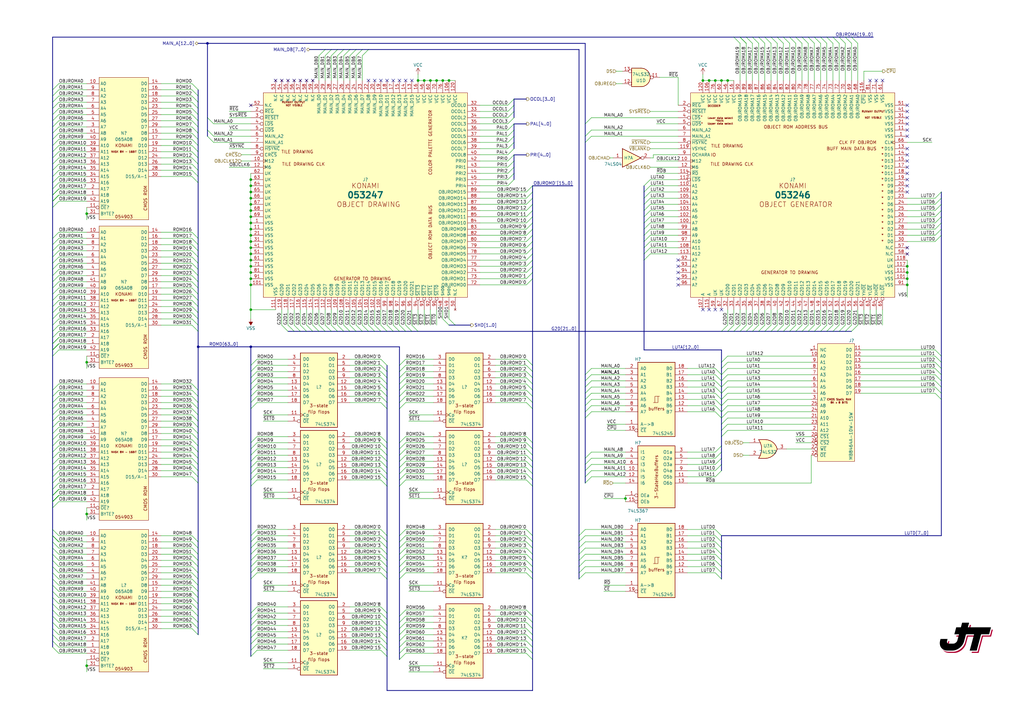
<source format=kicad_sch>
(kicad_sch (version 20230121) (generator eeschema)
  (paper "A3")
  (title_block (title "Vendetta") (date "2023-08-09") (rev "José Tejada G.") (company "KONAMI PWB352292A") (comment 1 "Esperanza Triana") (comment 2 "www.patreon.com/jotego") (comment 3 "JOTEGO"))
  (junction (at 176.53 33.02))
  (junction (at 102.87 83.82))
  (junction (at 102.87 116.84))
  (junction (at 35.56 148.59))
  (junction (at 184.15 33.02))
  (junction (at 171.45 33.02))
  (junction (at 372.11 114.3))
  (junction (at 81.28 142.24))
  (junction (at 288.29 33.02))
  (junction (at 372.11 111.76))
  (junction (at 179.07 33.02))
  (junction (at 256.54 204.47))
  (junction (at 372.11 109.22))
  (junction (at 102.87 81.28))
  (junction (at 293.37 33.02))
  (junction (at 102.87 109.22))
  (junction (at 298.45 33.02))
  (junction (at 102.87 78.74))
  (junction (at 85.09 17.78))
  (junction (at 102.87 111.76))
  (junction (at 372.11 116.84))
  (junction (at 102.87 101.6))
  (junction (at 102.87 88.9))
  (junction (at 102.87 91.44))
  (junction (at 102.87 127))
  (junction (at 173.99 33.02))
  (junction (at 102.87 104.14))
  (junction (at 35.56 210.82))
  (junction (at 295.91 33.02))
  (junction (at 102.87 142.24))
  (junction (at 102.87 106.68))
  (junction (at 35.56 87.63))
  (junction (at 102.87 76.2))
  (junction (at 290.83 33.02))
  (junction (at 102.87 73.66))
  (junction (at 102.87 93.98))
  (junction (at 102.87 96.52))
  (junction (at 35.56 273.05))
  (junction (at 181.61 33.02))
  (junction (at 102.87 99.06))
  (junction (at 102.87 114.3))
  (junction (at 102.87 86.36))
  (no_connect (at 372.11 55.88))
  (no_connect (at 290.83 127))
  (no_connect (at 163.83 33.02))
  (no_connect (at 361.95 33.02))
  (no_connect (at 153.67 33.02))
  (no_connect (at 125.73 33.02))
  (no_connect (at 372.11 60.96))
  (no_connect (at 372.11 48.26))
  (no_connect (at 278.13 114.3))
  (no_connect (at 102.87 43.18))
  (no_connect (at 293.37 127))
  (no_connect (at 278.13 116.84))
  (no_connect (at 123.19 33.02))
  (no_connect (at 372.11 71.12))
  (no_connect (at 161.29 33.02))
  (no_connect (at 120.65 33.02))
  (no_connect (at 156.21 33.02))
  (no_connect (at 372.11 63.5))
  (no_connect (at 166.37 33.02))
  (no_connect (at 118.11 33.02))
  (no_connect (at 372.11 76.2))
  (no_connect (at 168.91 33.02))
  (no_connect (at 372.11 53.34))
  (no_connect (at 115.57 33.02))
  (no_connect (at 372.11 68.58))
  (no_connect (at 295.91 127))
  (no_connect (at 278.13 106.68))
  (no_connect (at 278.13 111.76))
  (no_connect (at 288.29 127))
  (no_connect (at 359.41 33.02))
  (no_connect (at 372.11 73.66))
  (no_connect (at 158.75 33.02))
  (no_connect (at 372.11 45.72))
  (no_connect (at 372.11 43.18))
  (no_connect (at 372.11 50.8))
  (no_connect (at 128.27 33.02))
  (no_connect (at 372.11 78.74))
  (no_connect (at 113.03 33.02))
  (no_connect (at 372.11 66.04))
  (no_connect (at 151.13 33.02))
  (no_connect (at 372.11 101.6))
  (no_connect (at 372.11 104.14))
  (no_connect (at 356.87 33.02))
  (no_connect (at 278.13 109.22))
  (bus_entry (at 346.71 135.89) (size 2.54 -2.54))
  (bus_entry (at 21.59 143.51) (size 2.54 -2.54))
  (bus_entry (at 166.37 160.02) (size -2.54 2.54))
  (bus_entry (at 21.59 198.12) (size 2.54 -2.54))
  (bus_entry (at 210.82 68.58) (size -2.54 2.54))
  (bus_entry (at 21.59 177.8) (size 2.54 -2.54))
  (bus_entry (at 383.54 96.52) (size 2.54 -2.54))
  (bus_entry (at 215.9 217.17) (size 2.54 2.54))
  (bus_entry (at 266.7 88.9) (size -2.54 2.54))
  (bus_entry (at 163.83 133.35) (size 2.54 2.54))
  (bus_entry (at 237.49 219.71) (size 2.54 -2.54))
  (bus_entry (at 215.9 111.76) (size 2.54 -2.54))
  (bus_entry (at 215.9 224.79) (size 2.54 2.54))
  (bus_entry (at 215.9 96.52) (size 2.54 -2.54))
  (bus_entry (at 21.59 185.42) (size 2.54 -2.54))
  (bus_entry (at 78.74 49.53) (size 2.54 2.54))
  (bus_entry (at 21.59 49.53) (size 2.54 -2.54))
  (bus_entry (at 146.05 20.32) (size -2.54 2.54))
  (bus_entry (at 78.74 57.15) (size 2.54 2.54))
  (bus_entry (at 240.03 193.04) (size 2.54 -2.54))
  (bus_entry (at 78.74 118.11) (size 2.54 2.54))
  (bus_entry (at 78.74 172.72) (size 2.54 2.54))
  (bus_entry (at 156.21 196.85) (size 2.54 2.54))
  (bus_entry (at 293.37 166.37) (size 2.54 2.54))
  (bus_entry (at 105.41 261.62) (size -2.54 2.54))
  (bus_entry (at 298.45 146.05) (size -2.54 2.54))
  (bus_entry (at 240.03 50.8) (size 2.54 -2.54))
  (bus_entry (at 293.37 195.58) (size 2.54 -2.54))
  (bus_entry (at 21.59 219.71) (size 2.54 2.54))
  (bus_entry (at 215.9 181.61) (size 2.54 2.54))
  (bus_entry (at 85.09 48.26) (size 2.54 2.54))
  (bus_entry (at 105.41 186.69) (size -2.54 2.54))
  (bus_entry (at 166.37 222.25) (size -2.54 2.54))
  (bus_entry (at 78.74 52.07) (size 2.54 2.54))
  (bus_entry (at 78.74 115.57) (size 2.54 2.54))
  (bus_entry (at 298.45 151.13) (size -2.54 2.54))
  (bus_entry (at 21.59 252.73) (size 2.54 2.54))
  (bus_entry (at 166.37 133.35) (size 2.54 2.54))
  (bus_entry (at 78.74 100.33) (size 2.54 2.54))
  (bus_entry (at 21.59 62.23) (size 2.54 -2.54))
  (bus_entry (at 21.59 67.31) (size 2.54 -2.54))
  (bus_entry (at 166.37 194.31) (size -2.54 2.54))
  (bus_entry (at 133.35 20.32) (size -2.54 2.54))
  (bus_entry (at 215.9 184.15) (size 2.54 2.54))
  (bus_entry (at 237.49 232.41) (size 2.54 -2.54))
  (bus_entry (at 215.9 106.68) (size 2.54 -2.54))
  (bus_entry (at 78.74 34.29) (size 2.54 2.54))
  (bus_entry (at 156.21 194.31) (size 2.54 2.54))
  (bus_entry (at 166.37 234.95) (size -2.54 2.54))
  (bus_entry (at 208.28 53.34) (size 2.54 -2.54))
  (bus_entry (at 105.41 191.77) (size -2.54 2.54))
  (bus_entry (at 166.37 219.71) (size -2.54 2.54))
  (bus_entry (at 78.74 67.31) (size 2.54 2.54))
  (bus_entry (at 293.37 153.67) (size 2.54 2.54))
  (bus_entry (at 125.73 133.35) (size 2.54 2.54))
  (bus_entry (at 215.9 154.94) (size 2.54 2.54))
  (bus_entry (at 240.03 163.83) (size 2.54 -2.54))
  (bus_entry (at 383.54 151.13) (size 2.54 2.54))
  (bus_entry (at 21.59 135.89) (size 2.54 -2.54))
  (bus_entry (at 21.59 102.87) (size 2.54 -2.54))
  (bus_entry (at 78.74 64.77) (size 2.54 2.54))
  (bus_entry (at 21.59 80.01) (size 2.54 -2.54))
  (bus_entry (at 215.9 152.4) (size 2.54 2.54))
  (bus_entry (at 78.74 257.81) (size 2.54 2.54))
  (bus_entry (at 105.41 266.7) (size -2.54 2.54))
  (bus_entry (at 266.7 96.52) (size -2.54 2.54))
  (bus_entry (at 298.45 148.59) (size -2.54 2.54))
  (bus_entry (at 306.07 15.24) (size 2.54 2.54))
  (bus_entry (at 339.09 135.89) (size 2.54 -2.54))
  (bus_entry (at 105.41 232.41) (size -2.54 2.54))
  (bus_entry (at 240.03 190.5) (size 2.54 -2.54))
  (bus_entry (at 321.31 135.89) (size 2.54 -2.54))
  (bus_entry (at 293.37 224.79) (size 2.54 2.54))
  (bus_entry (at 148.59 133.35) (size 2.54 2.54))
  (bus_entry (at 318.77 135.89) (size 2.54 -2.54))
  (bus_entry (at 105.41 160.02) (size -2.54 2.54))
  (bus_entry (at 78.74 110.49) (size 2.54 2.54))
  (bus_entry (at 21.59 182.88) (size 2.54 -2.54))
  (bus_entry (at 293.37 222.25) (size 2.54 2.54))
  (bus_entry (at 156.21 152.4) (size 2.54 2.54))
  (bus_entry (at 21.59 82.55) (size 2.54 -2.54))
  (bus_entry (at 78.74 46.99) (size 2.54 2.54))
  (bus_entry (at 346.71 15.24) (size 2.54 2.54))
  (bus_entry (at 168.91 133.35) (size 2.54 2.54))
  (bus_entry (at 208.28 50.8) (size 2.54 -2.54))
  (bus_entry (at 21.59 52.07) (size 2.54 -2.54))
  (bus_entry (at 240.03 156.21) (size 2.54 -2.54))
  (bus_entry (at 78.74 247.65) (size 2.54 2.54))
  (bus_entry (at 293.37 168.91) (size 2.54 2.54))
  (bus_entry (at 215.9 91.44) (size 2.54 -2.54))
  (bus_entry (at 21.59 203.2) (size 2.54 -2.54))
  (bus_entry (at 215.9 81.28) (size 2.54 -2.54))
  (bus_entry (at 293.37 158.75) (size 2.54 2.54))
  (bus_entry (at 166.37 165.1) (size -2.54 2.54))
  (bus_entry (at 21.59 54.61) (size 2.54 -2.54))
  (bus_entry (at 293.37 163.83) (size 2.54 2.54))
  (bus_entry (at 156.21 133.35) (size 2.54 2.54))
  (bus_entry (at 156.21 256.54) (size 2.54 2.54))
  (bus_entry (at 135.89 133.35) (size 2.54 2.54))
  (bus_entry (at 21.59 227.33) (size 2.54 2.54))
  (bus_entry (at 105.41 224.79) (size -2.54 2.54))
  (bus_entry (at 78.74 128.27) (size 2.54 2.54))
  (bus_entry (at 298.45 158.75) (size -2.54 2.54))
  (bus_entry (at 138.43 133.35) (size 2.54 2.54))
  (bus_entry (at 78.74 44.45) (size 2.54 2.54))
  (bus_entry (at 78.74 160.02) (size 2.54 2.54))
  (bus_entry (at 21.59 250.19) (size 2.54 2.54))
  (bus_entry (at 21.59 203.2) (size 2.54 -2.54))
  (bus_entry (at 21.59 105.41) (size 2.54 -2.54))
  (bus_entry (at 383.54 88.9) (size 2.54 -2.54))
  (bus_entry (at 210.82 66.04) (size -2.54 2.54))
  (bus_entry (at 300.99 135.89) (size 2.54 -2.54))
  (bus_entry (at 21.59 203.2) (size 2.54 -2.54))
  (bus_entry (at 293.37 232.41) (size 2.54 2.54))
  (bus_entry (at 328.93 15.24) (size 2.54 2.54))
  (bus_entry (at 21.59 195.58) (size 2.54 -2.54))
  (bus_entry (at 166.37 250.19) (size -2.54 2.54))
  (bus_entry (at 78.74 224.79) (size 2.54 2.54))
  (bus_entry (at 266.7 81.28) (size -2.54 2.54))
  (bus_entry (at 295.91 135.89) (size 2.54 -2.54))
  (bus_entry (at 78.74 72.39) (size 2.54 2.54))
  (bus_entry (at 208.28 45.72) (size 2.54 -2.54))
  (bus_entry (at 78.74 177.8) (size 2.54 2.54))
  (bus_entry (at 323.85 135.89) (size 2.54 -2.54))
  (bus_entry (at 166.37 179.07) (size -2.54 2.54))
  (bus_entry (at 105.41 179.07) (size -2.54 2.54))
  (bus_entry (at 21.59 44.45) (size 2.54 -2.54))
  (bus_entry (at 78.74 170.18) (size 2.54 2.54))
  (bus_entry (at 156.21 165.1) (size 2.54 2.54))
  (bus_entry (at 215.9 157.48) (size 2.54 2.54))
  (bus_entry (at 78.74 219.71) (size 2.54 2.54))
  (bus_entry (at 166.37 232.41) (size -2.54 2.54))
  (bus_entry (at 21.59 125.73) (size 2.54 -2.54))
  (bus_entry (at 105.41 154.94) (size -2.54 2.54))
  (bus_entry (at 215.9 219.71) (size 2.54 2.54))
  (bus_entry (at 78.74 130.81) (size 2.54 2.54))
  (bus_entry (at 123.19 133.35) (size 2.54 2.54))
  (bus_entry (at 215.9 101.6) (size 2.54 -2.54))
  (bus_entry (at 156.21 248.92) (size 2.54 2.54))
  (bus_entry (at 105.41 162.56) (size -2.54 2.54))
  (bus_entry (at 21.59 242.57) (size 2.54 2.54))
  (bus_entry (at 215.9 255.27) (size 2.54 2.54))
  (bus_entry (at 78.74 54.61) (size 2.54 2.54))
  (bus_entry (at 237.49 222.25) (size 2.54 -2.54))
  (bus_entry (at 215.9 109.22) (size 2.54 -2.54))
  (bus_entry (at 208.28 63.5) (size 2.54 -2.54))
  (bus_entry (at 326.39 135.89) (size 2.54 -2.54))
  (bus_entry (at 344.17 15.24) (size 2.54 2.54))
  (bus_entry (at 293.37 185.42) (size 2.54 -2.54))
  (bus_entry (at 21.59 133.35) (size 2.54 -2.54))
  (bus_entry (at 156.21 229.87) (size 2.54 2.54))
  (bus_entry (at 105.41 147.32) (size -2.54 2.54))
  (bus_entry (at 215.9 99.06) (size 2.54 -2.54))
  (bus_entry (at 21.59 46.99) (size 2.54 -2.54))
  (bus_entry (at 156.21 157.48) (size 2.54 2.54))
  (bus_entry (at 237.49 234.95) (size 2.54 -2.54))
  (bus_entry (at 303.53 15.24) (size 2.54 2.54))
  (bus_entry (at 321.31 15.24) (size 2.54 2.54))
  (bus_entry (at 383.54 156.21) (size 2.54 2.54))
  (bus_entry (at 156.21 222.25) (size 2.54 2.54))
  (bus_entry (at 78.74 245.11) (size 2.54 2.54))
  (bus_entry (at 21.59 205.74) (size 2.54 -2.54))
  (bus_entry (at 240.03 198.12) (size 2.54 -2.54))
  (bus_entry (at 21.59 123.19) (size 2.54 -2.54))
  (bus_entry (at 143.51 133.35) (size 2.54 2.54))
  (bus_entry (at 166.37 186.69) (size -2.54 2.54))
  (bus_entry (at 181.61 130.81) (size 2.54 2.54))
  (bus_entry (at 298.45 153.67) (size -2.54 2.54))
  (bus_entry (at 293.37 193.04) (size 2.54 -2.54))
  (bus_entry (at 215.9 147.32) (size 2.54 2.54))
  (bus_entry (at 303.53 135.89) (size 2.54 -2.54))
  (bus_entry (at 21.59 187.96) (size 2.54 -2.54))
  (bus_entry (at 105.41 219.71) (size -2.54 2.54))
  (bus_entry (at 266.7 86.36) (size -2.54 2.54))
  (bus_entry (at 311.15 135.89) (size 2.54 -2.54))
  (bus_entry (at 328.93 135.89) (size 2.54 -2.54))
  (bus_entry (at 215.9 162.56) (size 2.54 2.54))
  (bus_entry (at 298.45 163.83) (size -2.54 2.54))
  (bus_entry (at 78.74 232.41) (size 2.54 2.54))
  (bus_entry (at 78.74 222.25) (size 2.54 2.54))
  (bus_entry (at 208.28 58.42) (size 2.54 -2.54))
  (bus_entry (at 21.59 208.28) (size 2.54 -2.54))
  (bus_entry (at 215.9 252.73) (size 2.54 2.54))
  (bus_entry (at 21.59 205.74) (size 2.54 -2.54))
  (bus_entry (at 140.97 133.35) (size 2.54 2.54))
  (bus_entry (at 78.74 167.64) (size 2.54 2.54))
  (bus_entry (at 298.45 168.91) (size -2.54 2.54))
  (bus_entry (at 153.67 133.35) (size 2.54 2.54))
  (bus_entry (at 78.74 120.65) (size 2.54 2.54))
  (bus_entry (at 21.59 77.47) (size 2.54 -2.54))
  (bus_entry (at 215.9 186.69) (size 2.54 2.54))
  (bus_entry (at 208.28 48.26) (size 2.54 -2.54))
  (bus_entry (at 341.63 15.24) (size 2.54 2.54))
  (bus_entry (at 383.54 86.36) (size 2.54 -2.54))
  (bus_entry (at 166.37 147.32) (size -2.54 2.54))
  (bus_entry (at 318.77 15.24) (size 2.54 2.54))
  (bus_entry (at 21.59 146.05) (size 2.54 -2.54))
  (bus_entry (at 21.59 180.34) (size 2.54 -2.54))
  (bus_entry (at 215.9 93.98) (size 2.54 -2.54))
  (bus_entry (at 266.7 99.06) (size -2.54 2.54))
  (bus_entry (at 308.61 15.24) (size 2.54 2.54))
  (bus_entry (at 105.41 194.31) (size -2.54 2.54))
  (bus_entry (at 240.03 171.45) (size 2.54 -2.54))
  (bus_entry (at 21.59 224.79) (size 2.54 2.54))
  (bus_entry (at 215.9 196.85) (size 2.54 2.54))
  (bus_entry (at 105.41 149.86) (size -2.54 2.54))
  (bus_entry (at 21.59 130.81) (size 2.54 -2.54))
  (bus_entry (at 215.9 165.1) (size 2.54 2.54))
  (bus_entry (at 105.41 217.17) (size -2.54 2.54))
  (bus_entry (at 313.69 135.89) (size 2.54 -2.54))
  (bus_entry (at 166.37 157.48) (size -2.54 2.54))
  (bus_entry (at 156.21 189.23) (size 2.54 2.54))
  (bus_entry (at 128.27 133.35) (size 2.54 2.54))
  (bus_entry (at 21.59 140.97) (size 2.54 -2.54))
  (bus_entry (at 21.59 110.49) (size 2.54 -2.54))
  (bus_entry (at 140.97 20.32) (size -2.54 2.54))
  (bus_entry (at 21.59 143.51) (size 2.54 -2.54))
  (bus_entry (at 313.69 15.24) (size 2.54 2.54))
  (bus_entry (at 266.7 91.44) (size -2.54 2.54))
  (bus_entry (at 334.01 135.89) (size 2.54 -2.54))
  (bus_entry (at 21.59 217.17) (size 2.54 2.54))
  (bus_entry (at 166.37 227.33) (size -2.54 2.54))
  (bus_entry (at 105.41 222.25) (size -2.54 2.54))
  (bus_entry (at 85.09 53.34) (size 2.54 2.54))
  (bus_entry (at 21.59 245.11) (size 2.54 2.54))
  (bus_entry (at 21.59 167.64) (size 2.54 -2.54))
  (bus_entry (at 383.54 81.28) (size 2.54 -2.54))
  (bus_entry (at 215.9 78.74) (size 2.54 -2.54))
  (bus_entry (at 215.9 260.35) (size 2.54 2.54))
  (bus_entry (at 78.74 41.91) (size 2.54 2.54))
  (bus_entry (at 166.37 255.27) (size -2.54 2.54))
  (bus_entry (at 341.63 135.89) (size 2.54 -2.54))
  (bus_entry (at 21.59 160.02) (size 2.54 -2.54))
  (bus_entry (at 151.13 133.35) (size 2.54 2.54))
  (bus_entry (at 78.74 227.33) (size 2.54 2.54))
  (bus_entry (at 21.59 120.65) (size 2.54 -2.54))
  (bus_entry (at 78.74 252.73) (size 2.54 2.54))
  (bus_entry (at 156.21 264.16) (size 2.54 2.54))
  (bus_entry (at 21.59 222.25) (size 2.54 2.54))
  (bus_entry (at 166.37 149.86) (size -2.54 2.54))
  (bus_entry (at 266.7 104.14) (size -2.54 2.54))
  (bus_entry (at 237.49 237.49) (size 2.54 -2.54))
  (bus_entry (at 383.54 93.98) (size 2.54 -2.54))
  (bus_entry (at 21.59 255.27) (size 2.54 2.54))
  (bus_entry (at 78.74 240.03) (size 2.54 2.54))
  (bus_entry (at 166.37 224.79) (size -2.54 2.54))
  (bus_entry (at 151.13 20.32) (size -2.54 2.54))
  (bus_entry (at 166.37 217.17) (size -2.54 2.54))
  (bus_entry (at 21.59 57.15) (size 2.54 -2.54))
  (bus_entry (at 78.74 62.23) (size 2.54 2.54))
  (bus_entry (at 298.45 176.53) (size -2.54 2.54))
  (bus_entry (at 215.9 114.3) (size 2.54 -2.54))
  (bus_entry (at 78.74 105.41) (size 2.54 2.54))
  (bus_entry (at 215.9 179.07) (size 2.54 2.54))
  (bus_entry (at 240.03 187.96) (size 2.54 -2.54))
  (bus_entry (at 78.74 187.96) (size 2.54 2.54))
  (bus_entry (at 293.37 219.71) (size 2.54 2.54))
  (bus_entry (at 383.54 153.67) (size 2.54 2.54))
  (bus_entry (at 21.59 240.03) (size 2.54 2.54))
  (bus_entry (at 21.59 36.83) (size 2.54 -2.54))
  (bus_entry (at 105.41 259.08) (size -2.54 2.54))
  (bus_entry (at 21.59 143.51) (size 2.54 -2.54))
  (bus_entry (at 215.9 88.9) (size 2.54 -2.54))
  (bus_entry (at 215.9 234.95) (size 2.54 2.54))
  (bus_entry (at 21.59 193.04) (size 2.54 -2.54))
  (bus_entry (at 339.09 15.24) (size 2.54 2.54))
  (bus_entry (at 105.41 152.4) (size -2.54 2.54))
  (bus_entry (at 293.37 229.87) (size 2.54 2.54))
  (bus_entry (at 156.21 191.77) (size 2.54 2.54))
  (bus_entry (at 21.59 172.72) (size 2.54 -2.54))
  (bus_entry (at 115.57 133.35) (size 2.54 2.54))
  (bus_entry (at 21.59 190.5) (size 2.54 -2.54))
  (bus_entry (at 143.51 20.32) (size -2.54 2.54))
  (bus_entry (at 349.25 135.89) (size 2.54 -2.54))
  (bus_entry (at 156.21 217.17) (size 2.54 2.54))
  (bus_entry (at 208.28 60.96) (size 2.54 -2.54))
  (bus_entry (at 21.59 41.91) (size 2.54 -2.54))
  (bus_entry (at 21.59 260.35) (size 2.54 2.54))
  (bus_entry (at 78.74 237.49) (size 2.54 2.54))
  (bus_entry (at 215.9 267.97) (size 2.54 2.54))
  (bus_entry (at 78.74 182.88) (size 2.54 2.54))
  (bus_entry (at 105.41 234.95) (size -2.54 2.54))
  (bus_entry (at 331.47 15.24) (size 2.54 2.54))
  (bus_entry (at 21.59 64.77) (size 2.54 -2.54))
  (bus_entry (at 21.59 262.89) (size 2.54 2.54))
  (bus_entry (at 21.59 257.81) (size 2.54 2.54))
  (bus_entry (at 156.21 254) (size 2.54 2.54))
  (bus_entry (at 21.59 200.66) (size 2.54 -2.54))
  (bus_entry (at 78.74 162.56) (size 2.54 2.54))
  (bus_entry (at 383.54 146.05) (size 2.54 2.54))
  (bus_entry (at 237.49 227.33) (size 2.54 -2.54))
  (bus_entry (at 293.37 190.5) (size 2.54 -2.54))
  (bus_entry (at 383.54 161.29) (size 2.54 2.54))
  (bus_entry (at 21.59 80.01) (size 2.54 -2.54))
  (bus_entry (at 215.9 191.77) (size 2.54 2.54))
  (bus_entry (at 166.37 257.81) (size -2.54 2.54))
  (bus_entry (at 105.41 189.23) (size -2.54 2.54))
  (bus_entry (at 215.9 229.87) (size 2.54 2.54))
  (bus_entry (at 118.11 133.35) (size 2.54 2.54))
  (bus_entry (at 336.55 135.89) (size 2.54 -2.54))
  (bus_entry (at 21.59 205.74) (size 2.54 -2.54))
  (bus_entry (at 21.59 69.85) (size 2.54 -2.54))
  (bus_entry (at 21.59 165.1) (size 2.54 -2.54))
  (bus_entry (at 298.45 171.45) (size -2.54 2.54))
  (bus_entry (at 208.28 43.18) (size 2.54 -2.54))
  (bus_entry (at 21.59 140.97) (size 2.54 -2.54))
  (bus_entry (at 215.9 257.81) (size 2.54 2.54))
  (bus_entry (at 21.59 247.65) (size 2.54 2.54))
  (bus_entry (at 240.03 195.58) (size 2.54 -2.54))
  (bus_entry (at 21.59 100.33) (size 2.54 -2.54))
  (bus_entry (at 156.21 219.71) (size 2.54 2.54))
  (bus_entry (at 316.23 135.89) (size 2.54 -2.54))
  (bus_entry (at 166.37 152.4) (size -2.54 2.54))
  (bus_entry (at 293.37 227.33) (size 2.54 2.54))
  (bus_entry (at 156.21 181.61) (size 2.54 2.54))
  (bus_entry (at 298.45 156.21) (size -2.54 2.54))
  (bus_entry (at 156.21 234.95) (size 2.54 2.54))
  (bus_entry (at 78.74 95.25) (size 2.54 2.54))
  (bus_entry (at 21.59 82.55) (size 2.54 -2.54))
  (bus_entry (at 133.35 133.35) (size 2.54 2.54))
  (bus_entry (at 215.9 160.02) (size 2.54 2.54))
  (bus_entry (at 266.7 78.74) (size -2.54 2.54))
  (bus_entry (at 215.9 222.25) (size 2.54 2.54))
  (bus_entry (at 78.74 39.37) (size 2.54 2.54))
  (bus_entry (at 21.59 219.71) (size 2.54 2.54))
  (bus_entry (at 156.21 232.41) (size 2.54 2.54))
  (bus_entry (at 78.74 165.1) (size 2.54 2.54))
  (bus_entry (at 349.25 15.24) (size 2.54 2.54))
  (bus_entry (at 303.53 15.24) (size 2.54 2.54))
  (bus_entry (at 166.37 181.61) (size -2.54 2.54))
  (bus_entry (at 156.21 227.33) (size 2.54 2.54))
  (bus_entry (at 21.59 205.74) (size 2.54 -2.54))
  (bus_entry (at 215.9 116.84) (size 2.54 -2.54))
  (bus_entry (at 311.15 15.24) (size 2.54 2.54))
  (bus_entry (at 78.74 69.85) (size 2.54 2.54))
  (bus_entry (at 266.7 83.82) (size -2.54 2.54))
  (bus_entry (at 21.59 85.09) (size 2.54 -2.54))
  (bus_entry (at 148.59 20.32) (size -2.54 2.54))
  (bus_entry (at 21.59 234.95) (size 2.54 2.54))
  (bus_entry (at 298.45 135.89) (size 2.54 -2.54))
  (bus_entry (at 130.81 133.35) (size 2.54 2.54))
  (bus_entry (at 215.9 83.82) (size 2.54 -2.54))
  (bus_entry (at 166.37 267.97) (size -2.54 2.54))
  (bus_entry (at 215.9 194.31) (size 2.54 2.54))
  (bus_entry (at 215.9 227.33) (size 2.54 2.54))
  (bus_entry (at 383.54 99.06) (size 2.54 -2.54))
  (bus_entry (at 237.49 229.87) (size 2.54 -2.54))
  (bus_entry (at 78.74 175.26) (size 2.54 2.54))
  (bus_entry (at 156.21 184.15) (size 2.54 2.54))
  (bus_entry (at 334.01 15.24) (size 2.54 2.54))
  (bus_entry (at 215.9 189.23) (size 2.54 2.54))
  (bus_entry (at 78.74 242.57) (size 2.54 2.54))
  (bus_entry (at 266.7 76.2) (size -2.54 2.54))
  (bus_entry (at 215.9 149.86) (size 2.54 2.54))
  (bus_entry (at 78.74 59.69) (size 2.54 2.54))
  (bus_entry (at 78.74 193.04) (size 2.54 2.54))
  (bus_entry (at 21.59 113.03) (size 2.54 -2.54))
  (bus_entry (at 78.74 125.73) (size 2.54 2.54))
  (bus_entry (at 344.17 135.89) (size 2.54 -2.54))
  (bus_entry (at 21.59 115.57) (size 2.54 -2.54))
  (bus_entry (at 21.59 74.93) (size 2.54 -2.54))
  (bus_entry (at 293.37 187.96) (size 2.54 -2.54))
  (bus_entry (at 316.23 15.24) (size 2.54 2.54))
  (bus_entry (at 383.54 143.51) (size 2.54 2.54))
  (bus_entry (at 78.74 185.42) (size 2.54 2.54))
  (bus_entry (at 105.41 165.1) (size -2.54 2.54))
  (bus_entry (at 237.49 224.79) (size 2.54 -2.54))
  (bus_entry (at 166.37 189.23) (size -2.54 2.54))
  (bus_entry (at 105.41 256.54) (size -2.54 2.54))
  (bus_entry (at 208.28 55.88) (size 2.54 -2.54))
  (bus_entry (at 156.21 154.94) (size 2.54 2.54))
  (bus_entry (at 166.37 191.77) (size -2.54 2.54))
  (bus_entry (at 161.29 133.35) (size 2.54 2.54))
  (bus_entry (at 21.59 170.18) (size 2.54 -2.54))
  (bus_entry (at 21.59 175.26) (size 2.54 -2.54))
  (bus_entry (at 215.9 262.89) (size 2.54 2.54))
  (bus_entry (at 215.9 250.19) (size 2.54 2.54))
  (bus_entry (at 331.47 135.89) (size 2.54 -2.54))
  (bus_entry (at 215.9 86.36) (size 2.54 -2.54))
  (bus_entry (at 210.82 71.12) (size -2.54 2.54))
  (bus_entry (at 240.03 168.91) (size 2.54 -2.54))
  (bus_entry (at 158.75 133.35) (size 2.54 2.54))
  (bus_entry (at 105.41 196.85) (size -2.54 2.54))
  (bus_entry (at 156.21 160.02) (size 2.54 2.54))
  (bus_entry (at 78.74 180.34) (size 2.54 2.54))
  (bus_entry (at 105.41 254) (size -2.54 2.54))
  (bus_entry (at 298.45 161.29) (size -2.54 2.54))
  (bus_entry (at 78.74 229.87) (size 2.54 2.54))
  (bus_entry (at 21.59 229.87) (size 2.54 2.54))
  (bus_entry (at 105.41 251.46) (size -2.54 2.54))
  (bus_entry (at 383.54 148.59) (size 2.54 2.54))
  (bus_entry (at 105.41 227.33) (size -2.54 2.54))
  (bus_entry (at 21.59 219.71) (size 2.54 2.54))
  (bus_entry (at 156.21 162.56) (size 2.54 2.54))
  (bus_entry (at 21.59 138.43) (size 2.54 -2.54))
  (bus_entry (at 336.55 15.24) (size 2.54 2.54))
  (bus_entry (at 78.74 195.58) (size 2.54 2.54))
  (bus_entry (at 21.59 59.69) (size 2.54 -2.54))
  (bus_entry (at 156.21 251.46) (size 2.54 2.54))
  (bus_entry (at 306.07 135.89) (size 2.54 -2.54))
  (bus_entry (at 308.61 135.89) (size 2.54 -2.54))
  (bus_entry (at 21.59 107.95) (size 2.54 -2.54))
  (bus_entry (at 156.21 259.08) (size 2.54 2.54))
  (bus_entry (at 105.41 229.87) (size -2.54 2.54))
  (bus_entry (at 105.41 264.16) (size -2.54 2.54))
  (bus_entry (at 21.59 143.51) (size 2.54 -2.54))
  (bus_entry (at 105.41 181.61) (size -2.54 2.54))
  (bus_entry (at 323.85 15.24) (size 2.54 2.54))
  (bus_entry (at 78.74 255.27) (size 2.54 2.54))
  (bus_entry (at 156.21 224.79) (size 2.54 2.54))
  (bus_entry (at 383.54 158.75) (size 2.54 2.54))
  (bus_entry (at 166.37 229.87) (size -2.54 2.54))
  (bus_entry (at 240.03 166.37) (size 2.54 -2.54))
  (bus_entry (at 21.59 72.39) (size 2.54 -2.54))
  (bus_entry (at 293.37 156.21) (size 2.54 2.54))
  (bus_entry (at 21.59 232.41) (size 2.54 2.54))
  (bus_entry (at 240.03 158.75) (size 2.54 -2.54))
  (bus_entry (at 21.59 82.55) (size 2.54 -2.54))
  (bus_entry (at 78.74 107.95) (size 2.54 2.54))
  (bus_entry (at 266.7 73.66) (size -2.54 2.54))
  (bus_entry (at 166.37 162.56) (size -2.54 2.54))
  (bus_entry (at 156.21 186.69) (size 2.54 2.54))
  (bus_entry (at 166.37 265.43) (size -2.54 2.54))
  (bus_entry (at 21.59 162.56) (size 2.54 -2.54))
  (bus_entry (at 266.7 101.6) (size -2.54 2.54))
  (bus_entry (at 210.82 73.66) (size -2.54 2.54))
  (bus_entry (at 298.45 173.99) (size -2.54 2.54))
  (bus_entry (at 293.37 161.29) (size 2.54 2.54))
  (bus_entry (at 166.37 196.85) (size -2.54 2.54))
  (bus_entry (at 266.7 93.98) (size -2.54 2.54))
  (bus_entry (at 293.37 234.95) (size 2.54 2.54))
  (bus_entry (at 21.59 118.11) (size 2.54 -2.54))
  (bus_entry (at 105.41 248.92) (size -2.54 2.54))
  (bus_entry (at 166.37 184.15) (size -2.54 2.54))
  (bus_entry (at 78.74 113.03) (size 2.54 2.54))
  (bus_entry (at 146.05 133.35) (size 2.54 2.54))
  (bus_entry (at 78.74 157.48) (size 2.54 2.54))
  (bus_entry (at 240.03 58.42) (size 2.54 -2.54))
  (bus_entry (at 78.74 190.5) (size 2.54 2.54))
  (bus_entry (at 21.59 97.79) (size 2.54 -2.54))
  (bus_entry (at 78.74 234.95) (size 2.54 2.54))
  (bus_entry (at 156.21 261.62) (size 2.54 2.54))
  (bus_entry (at 215.9 265.43) (size 2.54 2.54))
  (bus_entry (at 166.37 252.73) (size -2.54 2.54))
  (bus_entry (at 166.37 262.89) (size -2.54 2.54))
  (bus_entry (at 78.74 97.79) (size 2.54 2.54))
  (bus_entry (at 78.74 123.19) (size 2.54 2.54))
  (bus_entry (at 85.09 55.88) (size 2.54 2.54))
  (bus_entry (at 105.41 184.15) (size -2.54 2.54))
  (bus_entry (at 383.54 83.82) (size 2.54 -2.54))
  (bus_entry (at 240.03 161.29) (size 2.54 -2.54))
  (bus_entry (at 166.37 154.94) (size -2.54 2.54))
  (bus_entry (at 21.59 205.74) (size 2.54 -2.54))
  (bus_entry (at 240.03 153.67) (size 2.54 -2.54))
  (bus_entry (at 215.9 232.41) (size 2.54 2.54))
  (bus_entry (at 300.99 15.24) (size 2.54 2.54))
  (bus_entry (at 156.21 149.86) (size 2.54 2.54))
  (bus_entry (at 156.21 179.07) (size 2.54 2.54))
  (bus_entry (at 166.37 260.35) (size -2.54 2.54))
  (bus_entry (at 78.74 102.87) (size 2.54 2.54))
  (bus_entry (at 383.54 91.44) (size 2.54 -2.54))
  (bus_entry (at 120.65 133.35) (size 2.54 2.54))
  (bus_entry (at 135.89 20.32) (size -2.54 2.54))
  (bus_entry (at 215.9 104.14) (size 2.54 -2.54))
  (bus_entry (at 156.21 147.32) (size 2.54 2.54))
  (bus_entry (at 326.39 15.24) (size 2.54 2.54))
  (bus_entry (at 105.41 157.48) (size -2.54 2.54))
  (bus_entry (at 295.91 153.67) (size -2.54 -2.54))
  (bus_entry (at 184.15 130.81) (size 2.54 2.54))
  (bus_entry (at 210.82 63.5) (size -2.54 2.54))
  (bus_entry (at 138.43 20.32) (size -2.54 2.54))
  (bus_entry (at 21.59 237.49) (size 2.54 2.54))
  (bus_entry (at 78.74 36.83) (size 2.54 2.54))
  (bus_entry (at 298.45 166.37) (size -2.54 2.54))
  (bus_entry (at 24.13 267.97) (size -2.54 -2.54))
  (bus_entry (at 78.74 250.19) (size 2.54 2.54))
  (bus_entry (at 21.59 39.37) (size 2.54 -2.54))
  (bus_entry (at 21.59 128.27) (size 2.54 -2.54))
  (bus_entry (at 240.03 55.88) (size 2.54 -2.54))
  (bus_entry (at 293.37 217.17) (size 2.54 2.54))
  (bus_entry (at 78.74 133.35) (size 2.54 2.54))
  (bus_entry (at 156.21 266.7) (size 2.54 2.54))
  (bus (pts (xy 158.75 222.25) (xy 158.75 224.79)))
  (wire (pts (xy 208.28 66.04) (xy 196.85 66.04)))
  (wire (pts (xy 242.57 163.83) (xy 256.54 163.83)))
  (bus (pts (xy 81.28 59.69) (xy 81.28 62.23)))
  (bus (pts (xy 295.91 148.59) (xy 295.91 151.13)))
  (bus (pts (xy 218.44 149.86) (xy 218.44 152.4)))
  (bus (pts (xy 21.59 195.58) (xy 21.59 198.12)))
  (bus (pts (xy 102.87 167.64) (xy 102.87 181.61)))
  (bus (pts (xy 81.28 17.78) (xy 85.09 17.78)))
  (bus (pts (xy 21.59 200.66) (xy 21.59 203.2)))
  (wire (pts (xy 361.95 133.35) (xy 361.95 127)))
  (bus (pts (xy 102.87 194.31) (xy 102.87 196.85)))
  (bus (pts (xy 163.83 237.49) (xy 163.83 252.73)))
  (bus (pts (xy 158.75 191.77) (xy 158.75 194.31)))
  (wire (pts (xy 143.51 248.92) (xy 156.21 248.92)))
  (wire (pts (xy 107.95 240.03) (xy 118.11 240.03)))
  (wire (pts (xy 203.2 149.86) (xy 215.9 149.86)))
  (wire (pts (xy 372.11 58.42) (xy 382.27 58.42)))
  (wire (pts (xy 24.13 198.12) (xy 35.56 198.12)))
  (wire (pts (xy 66.04 44.45) (xy 78.74 44.45)))
  (bus (pts (xy 81.28 237.49) (xy 81.28 240.03)))
  (bus (pts (xy 21.59 165.1) (xy 21.59 167.64)))
  (bus (pts (xy 344.17 135.89) (xy 346.71 135.89)))
  (wire (pts (xy 208.28 73.66) (xy 196.85 73.66)))
  (wire (pts (xy 24.13 180.34) (xy 35.56 180.34)))
  (wire (pts (xy 177.8 189.23) (xy 166.37 189.23)))
  (bus (pts (xy 240.03 17.78) (xy 240.03 50.8)))
  (bus (pts (xy 218.44 91.44) (xy 218.44 93.98)))
  (bus (pts (xy 318.77 15.24) (xy 321.31 15.24)))
  (bus (pts (xy 264.16 96.52) (xy 264.16 99.06)))
  (wire (pts (xy 35.56 146.05) (xy 35.56 148.59)))
  (wire (pts (xy 177.8 186.69) (xy 166.37 186.69)))
  (wire (pts (xy 24.13 177.8) (xy 35.56 177.8)))
  (bus (pts (xy 123.19 135.89) (xy 125.73 135.89)))
  (bus (pts (xy 21.59 118.11) (xy 21.59 120.65)))
  (wire (pts (xy 143.51 217.17) (xy 156.21 217.17)))
  (wire (pts (xy 24.13 113.03) (xy 35.56 113.03)))
  (wire (pts (xy 107.95 172.72) (xy 118.11 172.72)))
  (wire (pts (xy 173.99 127) (xy 173.99 133.35)))
  (wire (pts (xy 24.13 67.31) (xy 35.56 67.31)))
  (wire (pts (xy 196.85 111.76) (xy 215.9 111.76)))
  (wire (pts (xy 203.2 227.33) (xy 215.9 227.33)))
  (wire (pts (xy 66.04 118.11) (xy 78.74 118.11)))
  (bus (pts (xy 163.83 194.31) (xy 163.83 196.85)))
  (wire (pts (xy 105.41 147.32) (xy 118.11 147.32)))
  (wire (pts (xy 143.51 162.56) (xy 156.21 162.56)))
  (wire (pts (xy 326.39 17.78) (xy 326.39 33.02)))
  (wire (pts (xy 143.51 259.08) (xy 156.21 259.08)))
  (wire (pts (xy 143.51 196.85) (xy 156.21 196.85)))
  (bus (pts (xy 21.59 260.35) (xy 21.59 262.89)))
  (wire (pts (xy 177.8 149.86) (xy 166.37 149.86)))
  (bus (pts (xy 21.59 64.77) (xy 21.59 67.31)))
  (bus (pts (xy 218.44 262.89) (xy 218.44 265.43)))
  (bus (pts (xy 21.59 143.51) (xy 21.59 146.05)))
  (bus (pts (xy 163.83 265.43) (xy 163.83 267.97)))
  (wire (pts (xy 349.25 127) (xy 349.25 133.35)))
  (wire (pts (xy 336.55 17.78) (xy 336.55 33.02)))
  (bus (pts (xy 81.28 115.57) (xy 81.28 118.11)))
  (bus (pts (xy 163.83 157.48) (xy 163.83 160.02)))
  (bus (pts (xy 81.28 102.87) (xy 81.28 105.41)))
  (wire (pts (xy 143.51 154.94) (xy 156.21 154.94)))
  (bus (pts (xy 102.87 162.56) (xy 102.87 165.1)))
  (wire (pts (xy 203.2 250.19) (xy 215.9 250.19)))
  (wire (pts (xy 143.51 179.07) (xy 156.21 179.07)))
  (wire (pts (xy 66.04 120.65) (xy 78.74 120.65)))
  (wire (pts (xy 203.2 194.31) (xy 215.9 194.31)))
  (wire (pts (xy 143.51 256.54) (xy 156.21 256.54)))
  (wire (pts (xy 240.03 217.17) (xy 256.54 217.17)))
  (wire (pts (xy 300.99 127) (xy 300.99 133.35)))
  (wire (pts (xy 138.43 33.02) (xy 138.43 22.86)))
  (bus (pts (xy 21.59 250.19) (xy 21.59 252.73)))
  (bus (pts (xy 21.59 203.2) (xy 21.59 205.74)))
  (bus (pts (xy 218.44 76.2) (xy 234.95 76.2)))
  (wire (pts (xy 24.13 250.19) (xy 35.56 250.19)))
  (wire (pts (xy 102.87 106.68) (xy 102.87 109.22)))
  (bus (pts (xy 158.75 232.41) (xy 158.75 234.95)))
  (bus (pts (xy 158.75 157.48) (xy 158.75 160.02)))
  (wire (pts (xy 167.64 172.72) (xy 177.8 172.72)))
  (wire (pts (xy 66.04 133.35) (xy 78.74 133.35)))
  (bus (pts (xy 163.83 224.79) (xy 163.83 227.33)))
  (wire (pts (xy 93.98 68.58) (xy 102.87 68.58)))
  (bus (pts (xy 81.28 195.58) (xy 81.28 198.12)))
  (wire (pts (xy 353.06 143.51) (xy 383.54 143.51)))
  (bus (pts (xy 158.75 264.16) (xy 158.75 266.7)))
  (wire (pts (xy 252.73 29.21) (xy 255.27 29.21)))
  (wire (pts (xy 24.13 41.91) (xy 35.56 41.91)))
  (bus (pts (xy 21.59 180.34) (xy 21.59 182.88)))
  (wire (pts (xy 177.8 152.4) (xy 166.37 152.4)))
  (bus (pts (xy 311.15 135.89) (xy 313.69 135.89)))
  (wire (pts (xy 24.13 80.01) (xy 35.56 80.01)))
  (wire (pts (xy 66.04 157.48) (xy 78.74 157.48)))
  (wire (pts (xy 143.51 229.87) (xy 156.21 229.87)))
  (bus (pts (xy 240.03 171.45) (xy 240.03 168.91)))
  (wire (pts (xy 242.57 153.67) (xy 256.54 153.67)))
  (wire (pts (xy 171.45 30.48) (xy 171.45 33.02)))
  (wire (pts (xy 326.39 181.61) (xy 332.74 181.61)))
  (wire (pts (xy 313.69 17.78) (xy 313.69 33.02)))
  (bus (pts (xy 184.15 133.35) (xy 186.69 133.35)))
  (bus (pts (xy 158.75 189.23) (xy 158.75 191.77)))
  (bus (pts (xy 161.29 135.89) (xy 163.83 135.89)))
  (bus (pts (xy 158.75 181.61) (xy 158.75 184.15)))
  (bus (pts (xy 102.87 266.7) (xy 102.87 269.24)))
  (wire (pts (xy 115.57 127) (xy 115.57 133.35)))
  (wire (pts (xy 143.51 224.79) (xy 156.21 224.79)))
  (wire (pts (xy 24.13 160.02) (xy 35.56 160.02)))
  (bus (pts (xy 102.87 224.79) (xy 102.87 227.33)))
  (wire (pts (xy 177.8 154.94) (xy 166.37 154.94)))
  (bus (pts (xy 163.83 229.87) (xy 163.83 232.41)))
  (wire (pts (xy 118.11 232.41) (xy 105.41 232.41)))
  (wire (pts (xy 105.41 152.4) (xy 118.11 152.4)))
  (wire (pts (xy 281.94 222.25) (xy 293.37 222.25)))
  (wire (pts (xy 247.65 204.47) (xy 256.54 204.47)))
  (wire (pts (xy 105.41 194.31) (xy 118.11 194.31)))
  (bus (pts (xy 133.35 20.32) (xy 135.89 20.32)))
  (wire (pts (xy 240.03 232.41) (xy 256.54 232.41)))
  (bus (pts (xy 295.91 135.89) (xy 298.45 135.89)))
  (wire (pts (xy 99.06 66.04) (xy 102.87 66.04)))
  (wire (pts (xy 66.04 190.5) (xy 78.74 190.5)))
  (bus (pts (xy 81.28 234.95) (xy 81.28 237.49)))
  (wire (pts (xy 177.8 224.79) (xy 166.37 224.79)))
  (bus (pts (xy 102.87 234.95) (xy 102.87 237.49)))
  (wire (pts (xy 278.13 93.98) (xy 266.7 93.98)))
  (wire (pts (xy 298.45 173.99) (xy 332.74 173.99)))
  (bus (pts (xy 102.87 191.77) (xy 102.87 194.31)))
  (bus (pts (xy 346.71 15.24) (xy 349.25 15.24)))
  (wire (pts (xy 143.51 127) (xy 143.51 133.35)))
  (bus (pts (xy 218.44 162.56) (xy 218.44 165.1)))
  (bus (pts (xy 237.49 234.95) (xy 237.49 237.49)))
  (bus (pts (xy 81.28 74.93) (xy 81.28 97.79)))
  (wire (pts (xy 242.57 193.04) (xy 256.54 193.04)))
  (wire (pts (xy 151.13 127) (xy 151.13 133.35)))
  (wire (pts (xy 240.03 224.79) (xy 256.54 224.79)))
  (bus (pts (xy 158.75 186.69) (xy 158.75 189.23)))
  (wire (pts (xy 266.7 64.77) (xy 267.97 64.77)))
  (wire (pts (xy 203.2 252.73) (xy 215.9 252.73)))
  (bus (pts (xy 328.93 15.24) (xy 331.47 15.24)))
  (wire (pts (xy 102.87 101.6) (xy 102.87 104.14)))
  (bus (pts (xy 156.21 135.89) (xy 158.75 135.89)))
  (wire (pts (xy 326.39 127) (xy 326.39 133.35)))
  (wire (pts (xy 281.94 151.13) (xy 293.37 151.13)))
  (bus (pts (xy 81.28 227.33) (xy 81.28 229.87)))
  (wire (pts (xy 308.61 17.78) (xy 308.61 33.02)))
  (wire (pts (xy 167.64 242.57) (xy 177.8 242.57)))
  (wire (pts (xy 102.87 111.76) (xy 102.87 114.3)))
  (wire (pts (xy 24.13 227.33) (xy 35.56 227.33)))
  (wire (pts (xy 177.8 219.71) (xy 166.37 219.71)))
  (wire (pts (xy 24.13 57.15) (xy 35.56 57.15)))
  (bus (pts (xy 130.81 135.89) (xy 133.35 135.89)))
  (bus (pts (xy 158.75 251.46) (xy 158.75 254)))
  (bus (pts (xy 218.44 106.68) (xy 218.44 109.22)))
  (wire (pts (xy 24.13 257.81) (xy 35.56 257.81)))
  (wire (pts (xy 177.8 184.15) (xy 166.37 184.15)))
  (wire (pts (xy 203.2 232.41) (xy 215.9 232.41)))
  (wire (pts (xy 107.95 170.18) (xy 118.11 170.18)))
  (wire (pts (xy 242.57 187.96) (xy 256.54 187.96)))
  (bus (pts (xy 163.83 186.69) (xy 163.83 189.23)))
  (wire (pts (xy 177.8 222.25) (xy 166.37 222.25)))
  (bus (pts (xy 21.59 265.43) (xy 21.59 262.89)))
  (wire (pts (xy 93.98 48.26) (xy 102.87 48.26)))
  (bus (pts (xy 102.87 254) (xy 102.87 256.54)))
  (bus (pts (xy 295.91 161.29) (xy 295.91 163.83)))
  (wire (pts (xy 354.33 29.21) (xy 361.95 29.21)))
  (bus (pts (xy 81.28 130.81) (xy 81.28 133.35)))
  (wire (pts (xy 267.97 64.77) (xy 267.97 63.5)))
  (wire (pts (xy 321.31 127) (xy 321.31 133.35)))
  (wire (pts (xy 372.11 96.52) (xy 383.54 96.52)))
  (wire (pts (xy 24.13 200.66) (xy 35.56 200.66)))
  (wire (pts (xy 176.53 33.02) (xy 179.07 33.02)))
  (bus (pts (xy 158.75 167.64) (xy 158.75 181.61)))
  (wire (pts (xy 161.29 127) (xy 161.29 133.35)))
  (bus (pts (xy 295.91 173.99) (xy 295.91 176.53)))
  (wire (pts (xy 281.94 234.95) (xy 293.37 234.95)))
  (wire (pts (xy 278.13 31.75) (xy 278.13 43.18)))
  (wire (pts (xy 143.51 264.16) (xy 156.21 264.16)))
  (bus (pts (xy 133.35 135.89) (xy 135.89 135.89)))
  (bus (pts (xy 85.09 53.34) (xy 85.09 55.88)))
  (bus (pts (xy 158.75 196.85) (xy 158.75 199.39)))
  (wire (pts (xy 372.11 88.9) (xy 383.54 88.9)))
  (wire (pts (xy 143.51 266.7) (xy 156.21 266.7)))
  (bus (pts (xy 218.44 81.28) (xy 218.44 83.82)))
  (wire (pts (xy 66.04 130.81) (xy 78.74 130.81)))
  (bus (pts (xy 218.44 186.69) (xy 218.44 189.23)))
  (wire (pts (xy 66.04 46.99) (xy 78.74 46.99)))
  (bus (pts (xy 316.23 15.24) (xy 318.77 15.24)))
  (wire (pts (xy 266.7 58.42) (xy 278.13 58.42)))
  (wire (pts (xy 208.28 76.2) (xy 196.85 76.2)))
  (wire (pts (xy 181.61 33.02) (xy 184.15 33.02)))
  (wire (pts (xy 66.04 182.88) (xy 78.74 182.88)))
  (bus (pts (xy 218.44 78.74) (xy 218.44 81.28)))
  (wire (pts (xy 203.2 160.02) (xy 215.9 160.02)))
  (wire (pts (xy 102.87 76.2) (xy 102.87 78.74)))
  (bus (pts (xy 21.59 120.65) (xy 21.59 123.19)))
  (wire (pts (xy 66.04 162.56) (xy 78.74 162.56)))
  (wire (pts (xy 177.8 181.61) (xy 166.37 181.61)))
  (wire (pts (xy 24.13 187.96) (xy 35.56 187.96)))
  (bus (pts (xy 218.44 152.4) (xy 218.44 154.94)))
  (bus (pts (xy 210.82 66.04) (xy 210.82 68.58)))
  (wire (pts (xy 196.85 53.34) (xy 208.28 53.34)))
  (wire (pts (xy 332.74 198.12) (xy 332.74 186.69)))
  (wire (pts (xy 66.04 72.39) (xy 78.74 72.39)))
  (wire (pts (xy 24.13 95.25) (xy 35.56 95.25)))
  (wire (pts (xy 66.04 41.91) (xy 78.74 41.91)))
  (wire (pts (xy 66.04 102.87) (xy 78.74 102.87)))
  (bus (pts (xy 163.83 184.15) (xy 163.83 186.69)))
  (wire (pts (xy 24.13 265.43) (xy 35.56 265.43)))
  (wire (pts (xy 281.94 195.58) (xy 293.37 195.58)))
  (bus (pts (xy 237.49 224.79) (xy 237.49 227.33)))
  (wire (pts (xy 247.65 242.57) (xy 256.54 242.57)))
  (bus (pts (xy 295.91 168.91) (xy 295.91 171.45)))
  (bus (pts (xy 21.59 227.33) (xy 21.59 229.87)))
  (wire (pts (xy 24.13 140.97) (xy 35.56 140.97)))
  (bus (pts (xy 218.44 88.9) (xy 218.44 91.44)))
  (wire (pts (xy 93.98 60.96) (xy 102.87 60.96)))
  (bus (pts (xy 158.75 184.15) (xy 158.75 186.69)))
  (wire (pts (xy 281.94 153.67) (xy 293.37 153.67)))
  (wire (pts (xy 153.67 127) (xy 153.67 133.35)))
  (wire (pts (xy 105.41 149.86) (xy 118.11 149.86)))
  (wire (pts (xy 203.2 217.17) (xy 215.9 217.17)))
  (wire (pts (xy 102.87 81.28) (xy 102.87 83.82)))
  (wire (pts (xy 107.95 274.32) (xy 118.11 274.32)))
  (bus (pts (xy 81.28 100.33) (xy 81.28 102.87)))
  (bus (pts (xy 21.59 59.69) (xy 21.59 57.15)))
  (bus (pts (xy 386.08 153.67) (xy 386.08 156.21)))
  (wire (pts (xy 196.85 114.3) (xy 215.9 114.3)))
  (wire (pts (xy 143.51 191.77) (xy 156.21 191.77)))
  (bus (pts (xy 326.39 135.89) (xy 328.93 135.89)))
  (bus (pts (xy 21.59 252.73) (xy 21.59 255.27)))
  (bus (pts (xy 386.08 161.29) (xy 386.08 163.83)))
  (wire (pts (xy 66.04 240.03) (xy 78.74 240.03)))
  (bus (pts (xy 102.87 186.69) (xy 102.87 189.23)))
  (wire (pts (xy 66.04 245.11) (xy 78.74 245.11)))
  (bus (pts (xy 148.59 20.32) (xy 151.13 20.32)))
  (wire (pts (xy 105.41 179.07) (xy 118.11 179.07)))
  (wire (pts (xy 250.19 64.77) (xy 251.46 64.77)))
  (bus (pts (xy 21.59 102.87) (xy 21.59 105.41)))
  (bus (pts (xy 163.83 257.81) (xy 163.83 260.35)))
  (bus (pts (xy 81.28 165.1) (xy 81.28 167.64)))
  (wire (pts (xy 148.59 33.02) (xy 148.59 22.86)))
  (wire (pts (xy 353.06 153.67) (xy 383.54 153.67)))
  (wire (pts (xy 177.8 252.73) (xy 166.37 252.73)))
  (bus (pts (xy 158.75 165.1) (xy 158.75 167.64)))
  (bus (pts (xy 240.03 50.8) (xy 240.03 55.88)))
  (bus (pts (xy 218.44 99.06) (xy 218.44 101.6)))
  (wire (pts (xy 35.56 210.82) (xy 35.56 213.36)))
  (bus (pts (xy 21.59 177.8) (xy 21.59 180.34)))
  (bus (pts (xy 237.49 229.87) (xy 237.49 232.41)))
  (bus (pts (xy 21.59 133.35) (xy 21.59 135.89)))
  (bus (pts (xy 138.43 135.89) (xy 140.97 135.89)))
  (bus (pts (xy 210.82 43.18) (xy 210.82 45.72)))
  (wire (pts (xy 177.8 147.32) (xy 166.37 147.32)))
  (bus (pts (xy 264.16 88.9) (xy 264.16 91.44)))
  (wire (pts (xy 24.13 97.79) (xy 35.56 97.79)))
  (wire (pts (xy 66.04 69.85) (xy 78.74 69.85)))
  (bus (pts (xy 102.87 251.46) (xy 102.87 254)))
  (wire (pts (xy 203.2 255.27) (xy 215.9 255.27)))
  (bus (pts (xy 21.59 140.97) (xy 21.59 143.51)))
  (wire (pts (xy 107.95 201.93) (xy 118.11 201.93)))
  (wire (pts (xy 372.11 91.44) (xy 383.54 91.44)))
  (wire (pts (xy 242.57 161.29) (xy 256.54 161.29)))
  (wire (pts (xy 184.15 127) (xy 184.15 130.81)))
  (wire (pts (xy 66.04 95.25) (xy 78.74 95.25)))
  (wire (pts (xy 156.21 127) (xy 156.21 133.35)))
  (bus (pts (xy 85.09 17.78) (xy 240.03 17.78)))
  (wire (pts (xy 168.91 127) (xy 168.91 133.35)))
  (bus (pts (xy 163.83 181.61) (xy 163.83 184.15)))
  (bus (pts (xy 218.44 93.98) (xy 218.44 96.52)))
  (bus (pts (xy 163.83 234.95) (xy 163.83 237.49)))
  (wire (pts (xy 372.11 109.22) (xy 372.11 111.76)))
  (wire (pts (xy 311.15 127) (xy 311.15 133.35)))
  (wire (pts (xy 24.13 77.47) (xy 35.56 77.47)))
  (bus (pts (xy 21.59 97.79) (xy 21.59 100.33)))
  (wire (pts (xy 322.58 184.15) (xy 332.74 184.15)))
  (bus (pts (xy 21.59 82.55) (xy 21.59 85.09)))
  (wire (pts (xy 321.31 17.78) (xy 321.31 33.02)))
  (bus (pts (xy 81.28 250.19) (xy 81.28 252.73)))
  (wire (pts (xy 35.56 273.05) (xy 35.56 275.59)))
  (bus (pts (xy 21.59 113.03) (xy 21.59 115.57)))
  (wire (pts (xy 107.95 204.47) (xy 118.11 204.47)))
  (bus (pts (xy 21.59 80.01) (xy 21.59 82.55)))
  (bus (pts (xy 81.28 135.89) (xy 81.28 142.24)))
  (wire (pts (xy 266.7 60.96) (xy 278.13 60.96)))
  (bus (pts (xy 21.59 146.05) (xy 21.59 160.02)))
  (bus (pts (xy 218.44 96.52) (xy 218.44 99.06)))
  (bus (pts (xy 21.59 247.65) (xy 21.59 250.19)))
  (wire (pts (xy 24.13 107.95) (xy 35.56 107.95)))
  (wire (pts (xy 24.13 224.79) (xy 35.56 224.79)))
  (wire (pts (xy 303.53 127) (xy 303.53 133.35)))
  (bus (pts (xy 218.44 86.36) (xy 218.44 88.9)))
  (wire (pts (xy 24.13 157.48) (xy 35.56 157.48)))
  (wire (pts (xy 143.51 181.61) (xy 156.21 181.61)))
  (bus (pts (xy 21.59 123.19) (xy 21.59 125.73)))
  (wire (pts (xy 24.13 72.39) (xy 35.56 72.39)))
  (bus (pts (xy 81.28 142.24) (xy 102.87 142.24)))
  (wire (pts (xy 102.87 45.72) (xy 93.98 45.72)))
  (bus (pts (xy 358.14 15.24) (xy 349.25 15.24)))
  (bus (pts (xy 264.16 78.74) (xy 264.16 81.28)))
  (bus (pts (xy 158.75 283.21) (xy 218.44 283.21)))
  (wire (pts (xy 184.15 33.02) (xy 186.69 33.02)))
  (wire (pts (xy 196.85 104.14) (xy 215.9 104.14)))
  (bus (pts (xy 218.44 191.77) (xy 218.44 194.31)))
  (bus (pts (xy 295.91 166.37) (xy 295.91 168.91)))
  (wire (pts (xy 66.04 110.49) (xy 78.74 110.49)))
  (wire (pts (xy 203.2 257.81) (xy 215.9 257.81)))
  (wire (pts (xy 66.04 172.72) (xy 78.74 172.72)))
  (bus (pts (xy 218.44 181.61) (xy 218.44 184.15)))
  (bus (pts (xy 240.03 195.58) (xy 240.03 198.12)))
  (bus (pts (xy 321.31 15.24) (xy 323.85 15.24)))
  (wire (pts (xy 143.51 165.1) (xy 156.21 165.1)))
  (bus (pts (xy 81.28 177.8) (xy 81.28 180.34)))
  (wire (pts (xy 105.41 184.15) (xy 118.11 184.15)))
  (wire (pts (xy 208.28 68.58) (xy 196.85 68.58)))
  (bus (pts (xy 81.28 222.25) (xy 81.28 224.79)))
  (bus (pts (xy 264.16 106.68) (xy 264.16 143.51)))
  (wire (pts (xy 66.04 222.25) (xy 78.74 222.25)))
  (bus (pts (xy 341.63 135.89) (xy 344.17 135.89)))
  (bus (pts (xy 240.03 158.75) (xy 240.03 161.29)))
  (bus (pts (xy 21.59 255.27) (xy 21.59 257.81)))
  (bus (pts (xy 21.59 44.45) (xy 21.59 41.91)))
  (wire (pts (xy 354.33 29.21) (xy 354.33 33.02)))
  (wire (pts (xy 196.85 43.18) (xy 208.28 43.18)))
  (wire (pts (xy 346.71 17.78) (xy 346.71 33.02)))
  (bus (pts (xy 81.28 162.56) (xy 81.28 165.1)))
  (bus (pts (xy 151.13 135.89) (xy 153.67 135.89)))
  (bus (pts (xy 386.08 93.98) (xy 386.08 96.52)))
  (bus (pts (xy 210.82 63.5) (xy 210.82 66.04)))
  (wire (pts (xy 298.45 166.37) (xy 332.74 166.37)))
  (wire (pts (xy 203.2 186.69) (xy 215.9 186.69)))
  (wire (pts (xy 66.04 100.33) (xy 78.74 100.33)))
  (bus (pts (xy 300.99 15.24) (xy 303.53 15.24)))
  (wire (pts (xy 173.99 33.02) (xy 176.53 33.02)))
  (bus (pts (xy 21.59 57.15) (xy 21.59 54.61)))
  (wire (pts (xy 298.45 153.67) (xy 332.74 153.67)))
  (wire (pts (xy 196.85 88.9) (xy 215.9 88.9)))
  (wire (pts (xy 66.04 165.1) (xy 78.74 165.1)))
  (wire (pts (xy 203.2 184.15) (xy 215.9 184.15)))
  (bus (pts (xy 21.59 208.28) (xy 21.59 217.17)))
  (bus (pts (xy 300.99 135.89) (xy 303.53 135.89)))
  (bus (pts (xy 295.91 156.21) (xy 295.91 158.75)))
  (bus (pts (xy 295.91 182.88) (xy 295.91 185.42)))
  (bus (pts (xy 218.44 267.97) (xy 218.44 270.51)))
  (wire (pts (xy 177.8 273.05) (xy 167.64 273.05)))
  (bus (pts (xy 158.75 149.86) (xy 158.75 152.4)))
  (wire (pts (xy 24.13 172.72) (xy 35.56 172.72)))
  (wire (pts (xy 102.87 73.66) (xy 102.87 76.2)))
  (bus (pts (xy 81.28 64.77) (xy 81.28 67.31)))
  (bus (pts (xy 210.82 68.58) (xy 210.82 71.12)))
  (bus (pts (xy 386.08 96.52) (xy 386.08 146.05)))
  (bus (pts (xy 386.08 86.36) (xy 386.08 88.9)))
  (wire (pts (xy 24.13 205.74) (xy 35.56 205.74)))
  (bus (pts (xy 339.09 135.89) (xy 341.63 135.89)))
  (bus (pts (xy 81.28 110.49) (xy 81.28 113.03)))
  (bus (pts (xy 146.05 20.32) (xy 148.59 20.32)))
  (wire (pts (xy 24.13 247.65) (xy 35.56 247.65)))
  (bus (pts (xy 21.59 242.57) (xy 21.59 245.11)))
  (wire (pts (xy 288.29 30.48) (xy 288.29 33.02)))
  (bus (pts (xy 218.44 237.49) (xy 218.44 252.73)))
  (wire (pts (xy 346.71 127) (xy 346.71 133.35)))
  (bus (pts (xy 21.59 62.23) (xy 21.59 59.69)))
  (wire (pts (xy 24.13 62.23) (xy 35.56 62.23)))
  (wire (pts (xy 278.13 91.44) (xy 266.7 91.44)))
  (bus (pts (xy 21.59 162.56) (xy 21.59 165.1)))
  (wire (pts (xy 278.13 86.36) (xy 266.7 86.36)))
  (wire (pts (xy 281.94 185.42) (xy 293.37 185.42)))
  (wire (pts (xy 269.24 71.12) (xy 278.13 71.12)))
  (wire (pts (xy 331.47 127) (xy 331.47 133.35)))
  (wire (pts (xy 242.57 190.5) (xy 256.54 190.5)))
  (bus (pts (xy 102.87 222.25) (xy 102.87 224.79)))
  (wire (pts (xy 166.37 127) (xy 166.37 133.35)))
  (wire (pts (xy 240.03 219.71) (xy 256.54 219.71)))
  (wire (pts (xy 269.24 50.8) (xy 278.13 50.8)))
  (wire (pts (xy 177.8 232.41) (xy 166.37 232.41)))
  (wire (pts (xy 143.51 232.41) (xy 156.21 232.41)))
  (wire (pts (xy 278.13 88.9) (xy 266.7 88.9)))
  (wire (pts (xy 196.85 101.6) (xy 215.9 101.6)))
  (bus (pts (xy 295.91 229.87) (xy 295.91 232.41)))
  (bus (pts (xy 21.59 49.53) (xy 21.59 46.99)))
  (bus (pts (xy 321.31 135.89) (xy 323.85 135.89)))
  (bus (pts (xy 264.16 101.6) (xy 264.16 104.14)))
  (wire (pts (xy 298.45 151.13) (xy 332.74 151.13)))
  (bus (pts (xy 295.91 232.41) (xy 295.91 234.95)))
  (wire (pts (xy 118.11 234.95) (xy 105.41 234.95)))
  (bus (pts (xy 21.59 125.73) (xy 21.59 128.27)))
  (wire (pts (xy 328.93 127) (xy 328.93 133.35)))
  (bus (pts (xy 158.75 135.89) (xy 161.29 135.89)))
  (wire (pts (xy 177.8 250.19) (xy 166.37 250.19)))
  (wire (pts (xy 181.61 130.81) (xy 181.61 127)))
  (bus (pts (xy 311.15 15.24) (xy 313.69 15.24)))
  (wire (pts (xy 353.06 148.59) (xy 383.54 148.59)))
  (wire (pts (xy 24.13 115.57) (xy 35.56 115.57)))
  (bus (pts (xy 81.28 257.81) (xy 81.28 260.35)))
  (wire (pts (xy 24.13 185.42) (xy 35.56 185.42)))
  (bus (pts (xy 341.63 15.24) (xy 344.17 15.24)))
  (wire (pts (xy 35.56 208.28) (xy 35.56 210.82)))
  (wire (pts (xy 242.57 168.91) (xy 256.54 168.91)))
  (wire (pts (xy 102.87 99.06) (xy 102.87 101.6)))
  (wire (pts (xy 341.63 17.78) (xy 341.63 33.02)))
  (wire (pts (xy 203.2 189.23) (xy 215.9 189.23)))
  (wire (pts (xy 24.13 49.53) (xy 35.56 49.53)))
  (wire (pts (xy 242.57 185.42) (xy 256.54 185.42)))
  (wire (pts (xy 143.51 219.71) (xy 156.21 219.71)))
  (bus (pts (xy 163.83 227.33) (xy 163.83 229.87)))
  (bus (pts (xy 21.59 72.39) (xy 21.59 74.93)))
  (wire (pts (xy 177.8 201.93) (xy 167.64 201.93)))
  (wire (pts (xy 298.45 158.75) (xy 332.74 158.75)))
  (bus (pts (xy 218.44 224.79) (xy 218.44 227.33)))
  (wire (pts (xy 118.11 254) (xy 105.41 254)))
  (wire (pts (xy 171.45 33.02) (xy 173.99 33.02)))
  (wire (pts (xy 118.11 271.78) (xy 107.95 271.78)))
  (bus (pts (xy 163.83 152.4) (xy 163.83 154.94)))
  (wire (pts (xy 87.63 50.8) (xy 102.87 50.8)))
  (wire (pts (xy 118.11 264.16) (xy 105.41 264.16)))
  (wire (pts (xy 118.11 259.08) (xy 105.41 259.08)))
  (wire (pts (xy 281.94 219.71) (xy 293.37 219.71)))
  (bus (pts (xy 21.59 105.41) (xy 21.59 107.95)))
  (wire (pts (xy 177.8 179.07) (xy 166.37 179.07)))
  (wire (pts (xy 298.45 176.53) (xy 332.74 176.53)))
  (bus (pts (xy 21.59 224.79) (xy 21.59 227.33)))
  (bus (pts (xy 148.59 135.89) (xy 151.13 135.89)))
  (wire (pts (xy 242.57 166.37) (xy 256.54 166.37)))
  (wire (pts (xy 242.57 53.34) (xy 278.13 53.34)))
  (bus (pts (xy 306.07 135.89) (xy 308.61 135.89)))
  (wire (pts (xy 177.8 217.17) (xy 166.37 217.17)))
  (wire (pts (xy 102.87 116.84) (xy 102.87 127)))
  (bus (pts (xy 81.28 224.79) (xy 81.28 227.33)))
  (wire (pts (xy 353.06 151.13) (xy 383.54 151.13)))
  (wire (pts (xy 281.94 224.79) (xy 293.37 224.79)))
  (wire (pts (xy 281.94 158.75) (xy 293.37 158.75)))
  (wire (pts (xy 203.2 196.85) (xy 215.9 196.85)))
  (wire (pts (xy 196.85 60.96) (xy 208.28 60.96)))
  (wire (pts (xy 251.46 198.12) (xy 256.54 198.12)))
  (bus (pts (xy 264.16 76.2) (xy 264.16 78.74)))
  (wire (pts (xy 24.13 128.27) (xy 35.56 128.27)))
  (bus (pts (xy 81.28 193.04) (xy 81.28 195.58)))
  (wire (pts (xy 166.37 262.89) (xy 177.8 262.89)))
  (bus (pts (xy 81.28 242.57) (xy 81.28 245.11)))
  (bus (pts (xy 218.44 160.02) (xy 218.44 162.56)))
  (bus (pts (xy 21.59 41.91) (xy 21.59 39.37)))
  (bus (pts (xy 21.59 128.27) (xy 21.59 130.81)))
  (wire (pts (xy 269.24 66.04) (xy 278.13 66.04)))
  (wire (pts (xy 196.85 83.82) (xy 215.9 83.82)))
  (bus (pts (xy 163.83 267.97) (xy 163.83 270.51)))
  (wire (pts (xy 66.04 128.27) (xy 78.74 128.27)))
  (wire (pts (xy 143.51 147.32) (xy 156.21 147.32)))
  (wire (pts (xy 248.92 173.99) (xy 256.54 173.99)))
  (wire (pts (xy 196.85 81.28) (xy 215.9 81.28)))
  (wire (pts (xy 24.13 123.19) (xy 35.56 123.19)))
  (wire (pts (xy 203.2 234.95) (xy 215.9 234.95)))
  (bus (pts (xy 240.03 156.21) (xy 240.03 153.67)))
  (wire (pts (xy 179.07 127) (xy 179.07 133.35)))
  (wire (pts (xy 278.13 81.28) (xy 266.7 81.28)))
  (bus (pts (xy 386.08 158.75) (xy 386.08 161.29)))
  (wire (pts (xy 196.85 109.22) (xy 215.9 109.22)))
  (bus (pts (xy 21.59 52.07) (xy 21.59 49.53)))
  (bus (pts (xy 163.83 219.71) (xy 163.83 222.25)))
  (bus (pts (xy 295.91 176.53) (xy 295.91 179.07)))
  (wire (pts (xy 123.19 127) (xy 123.19 133.35)))
  (bus (pts (xy 240.03 193.04) (xy 240.03 195.58)))
  (bus (pts (xy 81.28 105.41) (xy 81.28 107.95)))
  (wire (pts (xy 203.2 157.48) (xy 215.9 157.48)))
  (wire (pts (xy 130.81 33.02) (xy 130.81 22.86)))
  (bus (pts (xy 218.44 104.14) (xy 218.44 106.68)))
  (bus (pts (xy 237.49 232.41) (xy 237.49 234.95)))
  (bus (pts (xy 81.28 57.15) (xy 81.28 59.69)))
  (wire (pts (xy 24.13 219.71) (xy 35.56 219.71)))
  (wire (pts (xy 66.04 67.31) (xy 78.74 67.31)))
  (bus (pts (xy 295.91 151.13) (xy 295.91 153.67)))
  (bus (pts (xy 81.28 128.27) (xy 81.28 130.81)))
  (wire (pts (xy 316.23 17.78) (xy 316.23 33.02)))
  (bus (pts (xy 336.55 15.24) (xy 339.09 15.24)))
  (wire (pts (xy 196.85 78.74) (xy 215.9 78.74)))
  (wire (pts (xy 118.11 127) (xy 118.11 133.35)))
  (bus (pts (xy 218.44 83.82) (xy 218.44 86.36)))
  (wire (pts (xy 303.53 17.78) (xy 303.53 33.02)))
  (wire (pts (xy 66.04 115.57) (xy 78.74 115.57)))
  (wire (pts (xy 66.04 255.27) (xy 78.74 255.27)))
  (bus (pts (xy 158.75 256.54) (xy 158.75 259.08)))
  (bus (pts (xy 163.83 260.35) (xy 163.83 262.89)))
  (bus (pts (xy 240.03 58.42) (xy 240.03 153.67)))
  (bus (pts (xy 386.08 91.44) (xy 386.08 93.98)))
  (wire (pts (xy 208.28 71.12) (xy 196.85 71.12)))
  (wire (pts (xy 140.97 33.02) (xy 140.97 22.86)))
  (wire (pts (xy 120.65 127) (xy 120.65 133.35)))
  (wire (pts (xy 372.11 93.98) (xy 383.54 93.98)))
  (wire (pts (xy 140.97 127) (xy 140.97 133.35)))
  (wire (pts (xy 66.04 227.33) (xy 78.74 227.33)))
  (bus (pts (xy 102.87 142.24) (xy 163.83 142.24)))
  (wire (pts (xy 177.8 257.81) (xy 166.37 257.81)))
  (bus (pts (xy 218.44 157.48) (xy 218.44 160.02)))
  (wire (pts (xy 196.85 63.5) (xy 208.28 63.5)))
  (wire (pts (xy 24.13 125.73) (xy 35.56 125.73)))
  (wire (pts (xy 125.73 127) (xy 125.73 133.35)))
  (wire (pts (xy 102.87 78.74) (xy 102.87 81.28)))
  (bus (pts (xy 81.28 170.18) (xy 81.28 172.72)))
  (wire (pts (xy 298.45 168.91) (xy 332.74 168.91)))
  (bus (pts (xy 81.28 69.85) (xy 81.28 72.39)))
  (wire (pts (xy 298.45 156.21) (xy 332.74 156.21)))
  (bus (pts (xy 81.28 41.91) (xy 81.28 44.45)))
  (wire (pts (xy 66.04 237.49) (xy 78.74 237.49)))
  (wire (pts (xy 240.03 222.25) (xy 256.54 222.25)))
  (wire (pts (xy 203.2 181.61) (xy 215.9 181.61)))
  (wire (pts (xy 102.87 109.22) (xy 102.87 111.76)))
  (wire (pts (xy 24.13 195.58) (xy 35.56 195.58)))
  (bus (pts (xy 158.75 237.49) (xy 158.75 251.46)))
  (wire (pts (xy 24.13 54.61) (xy 35.56 54.61)))
  (wire (pts (xy 278.13 76.2) (xy 266.7 76.2)))
  (bus (pts (xy 21.59 67.31) (xy 21.59 69.85)))
  (wire (pts (xy 118.11 229.87) (xy 105.41 229.87)))
  (bus (pts (xy 163.83 167.64) (xy 163.83 181.61)))
  (wire (pts (xy 66.04 229.87) (xy 78.74 229.87)))
  (wire (pts (xy 135.89 33.02) (xy 135.89 22.86)))
  (bus (pts (xy 21.59 54.61) (xy 21.59 52.07)))
  (bus (pts (xy 158.75 266.7) (xy 158.75 269.24)))
  (bus (pts (xy 158.75 199.39) (xy 158.75 219.71)))
  (bus (pts (xy 81.28 125.73) (xy 81.28 128.27)))
  (wire (pts (xy 66.04 219.71) (xy 78.74 219.71)))
  (wire (pts (xy 143.51 186.69) (xy 156.21 186.69)))
  (wire (pts (xy 66.04 170.18) (xy 78.74 170.18)))
  (wire (pts (xy 143.51 189.23) (xy 156.21 189.23)))
  (bus (pts (xy 102.87 152.4) (xy 102.87 154.94)))
  (wire (pts (xy 66.04 125.73) (xy 78.74 125.73)))
  (wire (pts (xy 24.13 135.89) (xy 35.56 135.89)))
  (bus (pts (xy 163.83 135.89) (xy 166.37 135.89)))
  (wire (pts (xy 102.87 114.3) (xy 102.87 116.84)))
  (bus (pts (xy 81.28 113.03) (xy 81.28 115.57)))
  (bus (pts (xy 210.82 63.5) (xy 215.9 63.5)))
  (bus (pts (xy 218.44 109.22) (xy 218.44 111.76)))
  (bus (pts (xy 295.91 163.83) (xy 295.91 166.37)))
  (bus (pts (xy 210.82 55.88) (xy 210.82 58.42)))
  (bus (pts (xy 218.44 165.1) (xy 218.44 167.64)))
  (bus (pts (xy 210.82 71.12) (xy 210.82 73.66)))
  (wire (pts (xy 24.13 262.89) (xy 35.56 262.89)))
  (bus (pts (xy 102.87 181.61) (xy 102.87 184.15)))
  (bus (pts (xy 386.08 163.83) (xy 386.08 219.71)))
  (wire (pts (xy 203.2 162.56) (xy 215.9 162.56)))
  (wire (pts (xy 196.85 45.72) (xy 208.28 45.72)))
  (wire (pts (xy 66.04 247.65) (xy 78.74 247.65)))
  (wire (pts (xy 293.37 33.02) (xy 295.91 33.02)))
  (wire (pts (xy 24.13 167.64) (xy 35.56 167.64)))
  (bus (pts (xy 295.91 227.33) (xy 295.91 229.87)))
  (wire (pts (xy 66.04 175.26) (xy 78.74 175.26)))
  (wire (pts (xy 143.51 184.15) (xy 156.21 184.15)))
  (wire (pts (xy 118.11 261.62) (xy 105.41 261.62)))
  (bus (pts (xy 240.03 163.83) (xy 240.03 161.29)))
  (wire (pts (xy 281.94 193.04) (xy 293.37 193.04)))
  (wire (pts (xy 176.53 127) (xy 176.53 133.35)))
  (wire (pts (xy 177.8 240.03) (xy 167.64 240.03)))
  (bus (pts (xy 210.82 50.8) (xy 215.9 50.8)))
  (bus (pts (xy 81.28 107.95) (xy 81.28 110.49)))
  (bus (pts (xy 81.28 232.41) (xy 81.28 234.95)))
  (bus (pts (xy 210.82 45.72) (xy 210.82 48.26)))
  (wire (pts (xy 66.04 52.07) (xy 78.74 52.07)))
  (bus (pts (xy 218.44 167.64) (xy 218.44 181.61)))
  (wire (pts (xy 66.04 193.04) (xy 78.74 193.04)))
  (wire (pts (xy 158.75 127) (xy 158.75 133.35)))
  (bus (pts (xy 218.44 196.85) (xy 218.44 199.39)))
  (wire (pts (xy 203.2 260.35) (xy 215.9 260.35)))
  (bus (pts (xy 158.75 229.87) (xy 158.75 232.41)))
  (wire (pts (xy 203.2 219.71) (xy 215.9 219.71)))
  (wire (pts (xy 177.8 260.35) (xy 166.37 260.35)))
  (bus (pts (xy 102.87 149.86) (xy 102.87 152.4)))
  (wire (pts (xy 332.74 146.05) (xy 298.45 146.05)))
  (bus (pts (xy 218.44 229.87) (xy 218.44 232.41)))
  (wire (pts (xy 256.54 203.2) (xy 256.54 204.47)))
  (bus (pts (xy 140.97 20.32) (xy 143.51 20.32)))
  (bus (pts (xy 102.87 165.1) (xy 102.87 167.64)))
  (bus (pts (xy 140.97 135.89) (xy 143.51 135.89)))
  (wire (pts (xy 24.13 110.49) (xy 35.56 110.49)))
  (bus (pts (xy 218.44 184.15) (xy 218.44 186.69)))
  (bus (pts (xy 158.75 224.79) (xy 158.75 227.33)))
  (bus (pts (xy 21.59 15.24) (xy 21.59 36.83)))
  (wire (pts (xy 242.57 151.13) (xy 256.54 151.13)))
  (bus (pts (xy 158.75 160.02) (xy 158.75 162.56)))
  (wire (pts (xy 281.94 227.33) (xy 293.37 227.33)))
  (wire (pts (xy 267.97 63.5) (xy 278.13 63.5)))
  (bus (pts (xy 21.59 205.74) (xy 21.59 208.28)))
  (bus (pts (xy 81.28 52.07) (xy 81.28 54.61)))
  (bus (pts (xy 328.93 135.89) (xy 331.47 135.89)))
  (wire (pts (xy 24.13 222.25) (xy 35.56 222.25)))
  (wire (pts (xy 318.77 127) (xy 318.77 133.35)))
  (wire (pts (xy 372.11 111.76) (xy 372.11 114.3)))
  (wire (pts (xy 266.7 45.72) (xy 278.13 45.72)))
  (bus (pts (xy 237.49 227.33) (xy 237.49 229.87)))
  (bus (pts (xy 81.28 167.64) (xy 81.28 170.18)))
  (bus (pts (xy 218.44 189.23) (xy 218.44 191.77)))
  (wire (pts (xy 118.11 219.71) (xy 105.41 219.71)))
  (wire (pts (xy 105.41 181.61) (xy 118.11 181.61)))
  (wire (pts (xy 372.11 114.3) (xy 372.11 116.84)))
  (wire (pts (xy 102.87 104.14) (xy 102.87 106.68)))
  (wire (pts (xy 35.56 270.51) (xy 35.56 273.05)))
  (wire (pts (xy 177.8 157.48) (xy 166.37 157.48)))
  (bus (pts (xy 386.08 146.05) (xy 386.08 148.59)))
  (wire (pts (xy 203.2 262.89) (xy 215.9 262.89)))
  (wire (pts (xy 66.04 36.83) (xy 78.74 36.83)))
  (bus (pts (xy 21.59 46.99) (xy 21.59 44.45)))
  (bus (pts (xy 21.59 182.88) (xy 21.59 185.42)))
  (wire (pts (xy 24.13 229.87) (xy 35.56 229.87)))
  (bus (pts (xy 21.59 69.85) (xy 21.59 72.39)))
  (wire (pts (xy 66.04 234.95) (xy 78.74 234.95)))
  (bus (pts (xy 163.83 191.77) (xy 163.83 194.31)))
  (bus (pts (xy 313.69 135.89) (xy 316.23 135.89)))
  (wire (pts (xy 196.85 106.68) (xy 215.9 106.68)))
  (bus (pts (xy 81.28 120.65) (xy 81.28 123.19)))
  (wire (pts (xy 24.13 232.41) (xy 35.56 232.41)))
  (wire (pts (xy 24.13 267.97) (xy 35.56 267.97)))
  (bus (pts (xy 218.44 260.35) (xy 218.44 262.89)))
  (bus (pts (xy 163.83 154.94) (xy 163.83 157.48)))
  (bus (pts (xy 264.16 99.06) (xy 264.16 101.6)))
  (wire (pts (xy 24.13 234.95) (xy 35.56 234.95)))
  (bus (pts (xy 128.27 135.89) (xy 130.81 135.89)))
  (bus (pts (xy 218.44 265.43) (xy 218.44 267.97)))
  (bus (pts (xy 21.59 39.37) (xy 21.59 36.83)))
  (wire (pts (xy 179.07 33.02) (xy 181.61 33.02)))
  (bus (pts (xy 303.53 15.24) (xy 306.07 15.24)))
  (bus (pts (xy 218.44 252.73) (xy 218.44 255.27)))
  (wire (pts (xy 66.04 185.42) (xy 78.74 185.42)))
  (bus (pts (xy 295.91 187.96) (xy 295.91 190.5)))
  (wire (pts (xy 146.05 33.02) (xy 146.05 22.86)))
  (wire (pts (xy 24.13 100.33) (xy 35.56 100.33)))
  (wire (pts (xy 143.51 222.25) (xy 156.21 222.25)))
  (bus (pts (xy 295.91 190.5) (xy 295.91 193.04)))
  (bus (pts (xy 323.85 15.24) (xy 326.39 15.24)))
  (wire (pts (xy 102.87 91.44) (xy 102.87 93.98)))
  (wire (pts (xy 93.98 53.34) (xy 102.87 53.34)))
  (wire (pts (xy 288.29 33.02) (xy 290.83 33.02)))
  (bus (pts (xy 218.44 255.27) (xy 218.44 257.81)))
  (wire (pts (xy 35.56 85.09) (xy 35.56 87.63)))
  (bus (pts (xy 158.75 152.4) (xy 158.75 154.94)))
  (wire (pts (xy 107.95 242.57) (xy 118.11 242.57)))
  (bus (pts (xy 237.49 20.32) (xy 237.49 219.71)))
  (wire (pts (xy 135.89 127) (xy 135.89 133.35)))
  (bus (pts (xy 386.08 156.21) (xy 386.08 158.75)))
  (wire (pts (xy 102.87 86.36) (xy 102.87 88.9)))
  (wire (pts (xy 278.13 101.6) (xy 266.7 101.6)))
  (wire (pts (xy 203.2 165.1) (xy 215.9 165.1)))
  (wire (pts (xy 196.85 58.42) (xy 208.28 58.42)))
  (bus (pts (xy 138.43 20.32) (xy 140.97 20.32)))
  (bus (pts (xy 102.87 261.62) (xy 102.87 264.16)))
  (wire (pts (xy 281.94 190.5) (xy 293.37 190.5)))
  (bus (pts (xy 240.03 171.45) (xy 240.03 187.96)))
  (bus (pts (xy 21.59 193.04) (xy 21.59 195.58)))
  (wire (pts (xy 353.06 161.29) (xy 383.54 161.29)))
  (wire (pts (xy 66.04 54.61) (xy 78.74 54.61)))
  (bus (pts (xy 81.28 252.73) (xy 81.28 255.27)))
  (wire (pts (xy 281.94 163.83) (xy 293.37 163.83)))
  (wire (pts (xy 281.94 168.91) (xy 293.37 168.91)))
  (bus (pts (xy 81.28 247.65) (xy 81.28 250.19)))
  (wire (pts (xy 344.17 17.78) (xy 344.17 33.02)))
  (bus (pts (xy 163.83 165.1) (xy 163.83 167.64)))
  (bus (pts (xy 163.83 142.24) (xy 163.83 149.86)))
  (bus (pts (xy 264.16 81.28) (xy 264.16 83.82)))
  (wire (pts (xy 24.13 36.83) (xy 35.56 36.83)))
  (bus (pts (xy 81.28 49.53) (xy 81.28 52.07)))
  (wire (pts (xy 146.05 127) (xy 146.05 133.35)))
  (wire (pts (xy 356.87 133.35) (xy 356.87 127)))
  (bus (pts (xy 218.44 111.76) (xy 218.44 114.3)))
  (wire (pts (xy 66.04 257.81) (xy 78.74 257.81)))
  (wire (pts (xy 118.11 222.25) (xy 105.41 222.25)))
  (wire (pts (xy 298.45 33.02) (xy 300.99 33.02)))
  (wire (pts (xy 24.13 162.56) (xy 35.56 162.56)))
  (wire (pts (xy 298.45 161.29) (xy 332.74 161.29)))
  (wire (pts (xy 24.13 39.37) (xy 35.56 39.37)))
  (wire (pts (xy 66.04 224.79) (xy 78.74 224.79)))
  (bus (pts (xy 326.39 15.24) (xy 328.93 15.24)))
  (bus (pts (xy 21.59 219.71) (xy 21.59 222.25)))
  (wire (pts (xy 308.61 127) (xy 308.61 133.35)))
  (wire (pts (xy 102.87 83.82) (xy 102.87 86.36)))
  (wire (pts (xy 177.8 234.95) (xy 166.37 234.95)))
  (bus (pts (xy 318.77 135.89) (xy 321.31 135.89)))
  (bus (pts (xy 81.28 180.34) (xy 81.28 182.88)))
  (wire (pts (xy 203.2 267.97) (xy 215.9 267.97)))
  (wire (pts (xy 66.04 39.37) (xy 78.74 39.37)))
  (bus (pts (xy 135.89 20.32) (xy 138.43 20.32)))
  (bus (pts (xy 295.91 222.25) (xy 295.91 224.79)))
  (bus (pts (xy 21.59 229.87) (xy 21.59 232.41)))
  (wire (pts (xy 66.04 177.8) (xy 78.74 177.8)))
  (wire (pts (xy 306.07 127) (xy 306.07 133.35)))
  (wire (pts (xy 196.85 55.88) (xy 208.28 55.88)))
  (bus (pts (xy 21.59 62.23) (xy 21.59 64.77)))
  (wire (pts (xy 306.07 17.78) (xy 306.07 33.02)))
  (bus (pts (xy 81.28 123.19) (xy 81.28 125.73)))
  (wire (pts (xy 66.04 123.19) (xy 78.74 123.19)))
  (bus (pts (xy 21.59 234.95) (xy 21.59 237.49)))
  (bus (pts (xy 81.28 97.79) (xy 81.28 100.33)))
  (wire (pts (xy 24.13 130.81) (xy 35.56 130.81)))
  (wire (pts (xy 339.09 127) (xy 339.09 133.35)))
  (wire (pts (xy 331.47 17.78) (xy 331.47 33.02)))
  (wire (pts (xy 372.11 83.82) (xy 383.54 83.82)))
  (wire (pts (xy 143.51 194.31) (xy 156.21 194.31)))
  (wire (pts (xy 133.35 127) (xy 133.35 133.35)))
  (wire (pts (xy 163.83 127) (xy 163.83 133.35)))
  (bus (pts (xy 163.83 189.23) (xy 163.83 191.77)))
  (wire (pts (xy 281.94 166.37) (xy 293.37 166.37)))
  (wire (pts (xy 278.13 78.74) (xy 266.7 78.74)))
  (wire (pts (xy 24.13 193.04) (xy 35.56 193.04)))
  (wire (pts (xy 281.94 229.87) (xy 293.37 229.87)))
  (bus (pts (xy 21.59 245.11) (xy 21.59 247.65)))
  (wire (pts (xy 166.37 267.97) (xy 177.8 267.97)))
  (bus (pts (xy 102.87 227.33) (xy 102.87 229.87)))
  (wire (pts (xy 313.69 127) (xy 313.69 133.35)))
  (bus (pts (xy 81.28 46.99) (xy 81.28 49.53)))
  (bus (pts (xy 21.59 222.25) (xy 21.59 224.79)))
  (bus (pts (xy 218.44 222.25) (xy 218.44 224.79)))
  (wire (pts (xy 66.04 57.15) (xy 78.74 57.15)))
  (bus (pts (xy 158.75 154.94) (xy 158.75 157.48)))
  (wire (pts (xy 177.8 265.43) (xy 166.37 265.43)))
  (wire (pts (xy 102.87 88.9) (xy 102.87 91.44)))
  (wire (pts (xy 24.13 175.26) (xy 35.56 175.26)))
  (wire (pts (xy 203.2 224.79) (xy 215.9 224.79)))
  (bus (pts (xy 298.45 135.89) (xy 300.99 135.89)))
  (wire (pts (xy 334.01 127) (xy 334.01 133.35)))
  (wire (pts (xy 66.04 62.23) (xy 78.74 62.23)))
  (wire (pts (xy 66.04 232.41) (xy 78.74 232.41)))
  (bus (pts (xy 102.87 160.02) (xy 102.87 162.56)))
  (wire (pts (xy 105.41 160.02) (xy 118.11 160.02)))
  (wire (pts (xy 143.51 152.4) (xy 156.21 152.4)))
  (wire (pts (xy 24.13 190.5) (xy 35.56 190.5)))
  (bus (pts (xy 102.87 184.15) (xy 102.87 186.69)))
  (wire (pts (xy 24.13 105.41) (xy 35.56 105.41)))
  (bus (pts (xy 218.44 199.39) (xy 218.44 219.71)))
  (wire (pts (xy 177.8 229.87) (xy 166.37 229.87)))
  (bus (pts (xy 163.83 199.39) (xy 163.83 219.71)))
  (bus (pts (xy 102.87 154.94) (xy 102.87 157.48)))
  (bus (pts (xy 163.83 222.25) (xy 163.83 224.79)))
  (bus (pts (xy 386.08 83.82) (xy 386.08 86.36)))
  (bus (pts (xy 81.28 36.83) (xy 81.28 39.37)))
  (bus (pts (xy 295.91 153.67) (xy 295.91 156.21)))
  (bus (pts (xy 21.59 185.42) (xy 21.59 187.96)))
  (wire (pts (xy 24.13 240.03) (xy 35.56 240.03)))
  (bus (pts (xy 81.28 175.26) (xy 81.28 177.8)))
  (bus (pts (xy 386.08 78.74) (xy 386.08 81.28)))
  (bus (pts (xy 143.51 20.32) (xy 146.05 20.32)))
  (wire (pts (xy 143.51 149.86) (xy 156.21 149.86)))
  (bus (pts (xy 295.91 179.07) (xy 295.91 182.88)))
  (bus (pts (xy 210.82 50.8) (xy 210.82 53.34)))
  (wire (pts (xy 24.13 44.45) (xy 35.56 44.45)))
  (bus (pts (xy 210.82 40.64) (xy 210.82 43.18)))
  (wire (pts (xy 24.13 34.29) (xy 35.56 34.29)))
  (wire (pts (xy 304.8 186.69) (xy 307.34 186.69)))
  (bus (pts (xy 158.75 254) (xy 158.75 256.54)))
  (wire (pts (xy 336.55 127) (xy 336.55 133.35)))
  (bus (pts (xy 218.44 154.94) (xy 218.44 157.48)))
  (wire (pts (xy 24.13 182.88) (xy 35.56 182.88)))
  (bus (pts (xy 240.03 168.91) (xy 240.03 166.37)))
  (wire (pts (xy 203.2 229.87) (xy 215.9 229.87)))
  (bus (pts (xy 306.07 15.24) (xy 308.61 15.24)))
  (bus (pts (xy 308.61 135.89) (xy 311.15 135.89)))
  (wire (pts (xy 281.94 161.29) (xy 293.37 161.29)))
  (bus (pts (xy 386.08 88.9) (xy 386.08 91.44)))
  (bus (pts (xy 158.75 194.31) (xy 158.75 196.85)))
  (wire (pts (xy 24.13 143.51) (xy 35.56 143.51)))
  (bus (pts (xy 323.85 135.89) (xy 326.39 135.89)))
  (bus (pts (xy 102.87 219.71) (xy 102.87 222.25)))
  (wire (pts (xy 177.8 162.56) (xy 166.37 162.56)))
  (wire (pts (xy 105.41 191.77) (xy 118.11 191.77)))
  (bus (pts (xy 21.59 138.43) (xy 21.59 140.97)))
  (bus (pts (xy 21.59 15.24) (xy 300.99 15.24)))
  (wire (pts (xy 87.63 58.42) (xy 102.87 58.42)))
  (bus (pts (xy 85.09 53.34) (xy 85.09 48.26)))
  (bus (pts (xy 21.59 110.49) (xy 21.59 113.03)))
  (bus (pts (xy 85.09 48.26) (xy 85.09 17.78)))
  (wire (pts (xy 24.13 252.73) (xy 35.56 252.73)))
  (wire (pts (xy 278.13 99.06) (xy 266.7 99.06)))
  (bus (pts (xy 264.16 86.36) (xy 264.16 88.9)))
  (wire (pts (xy 133.35 33.02) (xy 133.35 22.86)))
  (bus (pts (xy 158.75 227.33) (xy 158.75 229.87)))
  (wire (pts (xy 171.45 127) (xy 171.45 133.35)))
  (wire (pts (xy 242.57 156.21) (xy 256.54 156.21)))
  (wire (pts (xy 148.59 127) (xy 148.59 133.35)))
  (bus (pts (xy 386.08 148.59) (xy 386.08 151.13)))
  (wire (pts (xy 66.04 180.34) (xy 78.74 180.34)))
  (bus (pts (xy 218.44 257.81) (xy 218.44 260.35)))
  (wire (pts (xy 177.8 165.1) (xy 166.37 165.1)))
  (wire (pts (xy 128.27 127) (xy 128.27 133.35)))
  (bus (pts (xy 102.87 229.87) (xy 102.87 232.41)))
  (bus (pts (xy 264.16 93.98) (xy 264.16 96.52)))
  (wire (pts (xy 318.77 17.78) (xy 318.77 33.02)))
  (wire (pts (xy 143.51 261.62) (xy 156.21 261.62)))
  (wire (pts (xy 35.56 148.59) (xy 35.56 151.13)))
  (bus (pts (xy 218.44 234.95) (xy 218.44 237.49)))
  (wire (pts (xy 266.7 104.14) (xy 278.13 104.14)))
  (wire (pts (xy 24.13 82.55) (xy 35.56 82.55)))
  (wire (pts (xy 66.04 107.95) (xy 78.74 107.95)))
  (bus (pts (xy 331.47 15.24) (xy 334.01 15.24)))
  (wire (pts (xy 298.45 163.83) (xy 332.74 163.83)))
  (bus (pts (xy 21.59 115.57) (xy 21.59 118.11)))
  (bus (pts (xy 81.28 72.39) (xy 81.28 74.93)))
  (wire (pts (xy 281.94 217.17) (xy 293.37 217.17)))
  (bus (pts (xy 295.91 224.79) (xy 295.91 227.33)))
  (wire (pts (xy 341.63 127) (xy 341.63 133.35)))
  (bus (pts (xy 166.37 135.89) (xy 168.91 135.89)))
  (wire (pts (xy 281.94 187.96) (xy 293.37 187.96)))
  (bus (pts (xy 218.44 227.33) (xy 218.44 229.87)))
  (bus (pts (xy 153.67 135.89) (xy 156.21 135.89)))
  (bus (pts (xy 264.16 91.44) (xy 264.16 93.98)))
  (bus (pts (xy 339.09 15.24) (xy 341.63 15.24)))
  (bus (pts (xy 21.59 240.03) (xy 21.59 242.57)))
  (wire (pts (xy 35.56 87.63) (xy 35.56 90.17)))
  (bus (pts (xy 21.59 135.89) (xy 21.59 138.43)))
  (wire (pts (xy 66.04 113.03) (xy 78.74 113.03)))
  (wire (pts (xy 304.8 181.61) (xy 307.34 181.61)))
  (bus (pts (xy 218.44 219.71) (xy 218.44 222.25)))
  (wire (pts (xy 105.41 189.23) (xy 118.11 189.23)))
  (wire (pts (xy 105.41 154.94) (xy 118.11 154.94)))
  (wire (pts (xy 203.2 191.77) (xy 215.9 191.77)))
  (bus (pts (xy 21.59 175.26) (xy 21.59 177.8)))
  (wire (pts (xy 118.11 256.54) (xy 105.41 256.54)))
  (bus (pts (xy 81.28 62.23) (xy 81.28 64.77)))
  (wire (pts (xy 167.64 204.47) (xy 177.8 204.47)))
  (bus (pts (xy 344.17 15.24) (xy 346.71 15.24)))
  (wire (pts (xy 177.8 160.02) (xy 166.37 160.02)))
  (wire (pts (xy 281.94 156.21) (xy 293.37 156.21)))
  (wire (pts (xy 326.39 179.07) (xy 332.74 179.07)))
  (bus (pts (xy 210.82 53.34) (xy 210.82 55.88)))
  (bus (pts (xy 21.59 170.18) (xy 21.59 172.72)))
  (wire (pts (xy 359.41 133.35) (xy 359.41 127)))
  (wire (pts (xy 118.11 227.33) (xy 105.41 227.33)))
  (bus (pts (xy 218.44 232.41) (xy 218.44 234.95)))
  (wire (pts (xy 203.2 265.43) (xy 215.9 265.43)))
  (bus (pts (xy 240.03 187.96) (xy 240.03 190.5)))
  (wire (pts (xy 102.87 96.52) (xy 102.87 99.06)))
  (bus (pts (xy 158.75 269.24) (xy 158.75 283.21)))
  (bus (pts (xy 210.82 58.42) (xy 210.82 60.96)))
  (wire (pts (xy 316.23 127) (xy 316.23 133.35)))
  (bus (pts (xy 163.83 262.89) (xy 163.83 265.43)))
  (bus (pts (xy 346.71 135.89) (xy 349.25 135.89)))
  (bus (pts (xy 163.83 160.02) (xy 163.83 162.56)))
  (wire (pts (xy 334.01 17.78) (xy 334.01 33.02)))
  (wire (pts (xy 24.13 69.85) (xy 35.56 69.85)))
  (bus (pts (xy 143.51 135.89) (xy 146.05 135.89)))
  (bus (pts (xy 163.83 196.85) (xy 163.83 199.39)))
  (bus (pts (xy 240.03 55.88) (xy 240.03 58.42)))
  (bus (pts (xy 218.44 114.3) (xy 218.44 149.86)))
  (bus (pts (xy 163.83 255.27) (xy 163.83 257.81)))
  (bus (pts (xy 21.59 130.81) (xy 21.59 133.35)))
  (bus (pts (xy 135.89 135.89) (xy 138.43 135.89)))
  (wire (pts (xy 339.09 17.78) (xy 339.09 33.02)))
  (wire (pts (xy 143.51 33.02) (xy 143.51 22.86)))
  (wire (pts (xy 118.11 248.92) (xy 105.41 248.92)))
  (bus (pts (xy 295.91 171.45) (xy 295.91 173.99)))
  (wire (pts (xy 66.04 64.77) (xy 78.74 64.77)))
  (wire (pts (xy 266.7 68.58) (xy 278.13 68.58)))
  (bus (pts (xy 168.91 135.89) (xy 171.45 135.89)))
  (bus (pts (xy 163.83 162.56) (xy 163.83 165.1)))
  (wire (pts (xy 143.51 254) (xy 156.21 254)))
  (wire (pts (xy 354.33 133.35) (xy 354.33 127)))
  (wire (pts (xy 372.11 116.84) (xy 372.11 121.92)))
  (wire (pts (xy 66.04 195.58) (xy 78.74 195.58)))
  (wire (pts (xy 344.17 127) (xy 344.17 133.35)))
  (wire (pts (xy 196.85 96.52) (xy 215.9 96.52)))
  (wire (pts (xy 143.51 234.95) (xy 156.21 234.95)))
  (wire (pts (xy 24.13 74.93) (xy 35.56 74.93)))
  (bus (pts (xy 102.87 259.08) (xy 102.87 261.62)))
  (wire (pts (xy 102.87 71.12) (xy 102.87 73.66)))
  (bus (pts (xy 158.75 259.08) (xy 158.75 261.62)))
  (bus (pts (xy 81.28 229.87) (xy 81.28 232.41)))
  (bus (pts (xy 331.47 135.89) (xy 334.01 135.89)))
  (bus (pts (xy 81.28 172.72) (xy 81.28 175.26)))
  (bus (pts (xy 125.73 135.89) (xy 128.27 135.89)))
  (wire (pts (xy 196.85 86.36) (xy 215.9 86.36)))
  (wire (pts (xy 332.74 171.45) (xy 298.45 171.45)))
  (wire (pts (xy 203.2 154.94) (xy 215.9 154.94)))
  (wire (pts (xy 66.04 160.02) (xy 78.74 160.02)))
  (wire (pts (xy 66.04 97.79) (xy 78.74 97.79)))
  (bus (pts (xy 336.55 135.89) (xy 339.09 135.89)))
  (wire (pts (xy 196.85 48.26) (xy 208.28 48.26)))
  (wire (pts (xy 203.2 179.07) (xy 215.9 179.07)))
  (wire (pts (xy 24.13 120.65) (xy 35.56 120.65)))
  (wire (pts (xy 24.13 133.35) (xy 35.56 133.35)))
  (wire (pts (xy 298.45 148.59) (xy 332.74 148.59)))
  (wire (pts (xy 24.13 118.11) (xy 35.56 118.11)))
  (bus (pts (xy 21.59 190.5) (xy 21.59 193.04)))
  (bus (pts (xy 313.69 15.24) (xy 316.23 15.24)))
  (wire (pts (xy 196.85 116.84) (xy 215.9 116.84)))
  (bus (pts (xy 303.53 135.89) (xy 306.07 135.89)))
  (wire (pts (xy 105.41 165.1) (xy 118.11 165.1)))
  (bus (pts (xy 264.16 143.51) (xy 295.91 143.51)))
  (wire (pts (xy 196.85 99.06) (xy 215.9 99.06)))
  (wire (pts (xy 372.11 106.68) (xy 372.11 109.22)))
  (bus (pts (xy 81.28 67.31) (xy 81.28 69.85)))
  (bus (pts (xy 240.03 158.75) (xy 240.03 156.21)))
  (bus (pts (xy 102.87 196.85) (xy 102.87 199.39)))
  (bus (pts (xy 102.87 264.16) (xy 102.87 266.7)))
  (bus (pts (xy 81.28 142.24) (xy 81.28 160.02)))
  (bus (pts (xy 81.28 245.11) (xy 81.28 247.65)))
  (wire (pts (xy 66.04 105.41) (xy 78.74 105.41)))
  (wire (pts (xy 105.41 186.69) (xy 118.11 186.69)))
  (wire (pts (xy 177.8 170.18) (xy 167.64 170.18)))
  (bus (pts (xy 127 20.32) (xy 133.35 20.32)))
  (wire (pts (xy 203.2 147.32) (xy 215.9 147.32)))
  (bus (pts (xy 334.01 15.24) (xy 336.55 15.24)))
  (bus (pts (xy 81.28 190.5) (xy 81.28 193.04)))
  (bus (pts (xy 102.87 189.23) (xy 102.87 191.77)))
  (wire (pts (xy 118.11 217.17) (xy 105.41 217.17)))
  (bus (pts (xy 163.83 252.73) (xy 163.83 255.27)))
  (wire (pts (xy 177.8 191.77) (xy 166.37 191.77)))
  (bus (pts (xy 81.28 240.03) (xy 81.28 242.57)))
  (wire (pts (xy 24.13 242.57) (xy 35.56 242.57)))
  (wire (pts (xy 242.57 195.58) (xy 256.54 195.58)))
  (wire (pts (xy 24.13 255.27) (xy 35.56 255.27)))
  (bus (pts (xy 81.28 133.35) (xy 81.28 135.89)))
  (bus (pts (xy 102.87 232.41) (xy 102.87 234.95)))
  (wire (pts (xy 118.11 224.79) (xy 105.41 224.79)))
  (wire (pts (xy 138.43 127) (xy 138.43 133.35)))
  (bus (pts (xy 264.16 104.14) (xy 264.16 106.68)))
  (bus (pts (xy 295.91 219.71) (xy 295.91 222.25)))
  (wire (pts (xy 24.13 138.43) (xy 35.56 138.43)))
  (wire (pts (xy 24.13 165.1) (xy 35.56 165.1)))
  (bus (pts (xy 81.28 185.42) (xy 81.28 187.96)))
  (wire (pts (xy 177.8 194.31) (xy 166.37 194.31)))
  (wire (pts (xy 143.51 157.48) (xy 156.21 157.48)))
  (bus (pts (xy 308.61 15.24) (xy 311.15 15.24)))
  (bus (pts (xy 21.59 85.09) (xy 21.59 97.79)))
  (bus (pts (xy 151.13 20.32) (xy 237.49 20.32)))
  (bus (pts (xy 81.28 118.11) (xy 81.28 120.65)))
  (wire (pts (xy 87.63 55.88) (xy 102.87 55.88)))
  (wire (pts (xy 102.87 93.98) (xy 102.87 96.52)))
  (wire (pts (xy 24.13 170.18) (xy 35.56 170.18)))
  (wire (pts (xy 177.8 255.27) (xy 166.37 255.27)))
  (bus (pts (xy 158.75 219.71) (xy 158.75 222.25)))
  (bus (pts (xy 386.08 151.13) (xy 386.08 153.67)))
  (bus (pts (xy 237.49 219.71) (xy 237.49 222.25)))
  (bus (pts (xy 240.03 190.5) (xy 240.03 193.04)))
  (wire (pts (xy 66.04 187.96) (xy 78.74 187.96)))
  (wire (pts (xy 351.79 127) (xy 351.79 133.35)))
  (wire (pts (xy 143.51 227.33) (xy 156.21 227.33)))
  (bus (pts (xy 21.59 107.95) (xy 21.59 110.49)))
  (wire (pts (xy 248.92 176.53) (xy 256.54 176.53)))
  (wire (pts (xy 24.13 46.99) (xy 35.56 46.99)))
  (wire (pts (xy 24.13 52.07) (xy 35.56 52.07)))
  (wire (pts (xy 240.03 234.95) (xy 256.54 234.95)))
  (bus (pts (xy 21.59 160.02) (xy 21.59 162.56)))
  (wire (pts (xy 353.06 158.75) (xy 383.54 158.75)))
  (bus (pts (xy 81.28 39.37) (xy 81.28 41.91)))
  (bus (pts (xy 21.59 237.49) (xy 21.59 240.03)))
  (bus (pts (xy 21.59 232.41) (xy 21.59 234.95)))
  (wire (pts (xy 196.85 50.8) (xy 208.28 50.8)))
  (bus (pts (xy 295.91 234.95) (xy 295.91 237.49)))
  (wire (pts (xy 66.04 49.53) (xy 78.74 49.53)))
  (wire (pts (xy 278.13 83.82) (xy 266.7 83.82)))
  (bus (pts (xy 186.69 133.35) (xy 193.04 133.35)))
  (wire (pts (xy 353.06 156.21) (xy 383.54 156.21)))
  (wire (pts (xy 177.8 196.85) (xy 166.37 196.85)))
  (bus (pts (xy 81.28 54.61) (xy 81.28 57.15)))
  (bus (pts (xy 295.91 219.71) (xy 386.08 219.71)))
  (bus (pts (xy 386.08 81.28) (xy 386.08 83.82)))
  (bus (pts (xy 240.03 166.37) (xy 240.03 163.83)))
  (bus (pts (xy 102.87 237.49) (xy 102.87 251.46)))
  (wire (pts (xy 298.45 127) (xy 298.45 133.35)))
  (bus (pts (xy 158.75 162.56) (xy 158.75 165.1)))
  (wire (pts (xy 323.85 17.78) (xy 323.85 33.02)))
  (wire (pts (xy 349.25 17.78) (xy 349.25 33.02)))
  (wire (pts (xy 270.51 31.75) (xy 278.13 31.75)))
  (wire (pts (xy 66.04 250.19) (xy 78.74 250.19)))
  (bus (pts (xy 81.28 160.02) (xy 81.28 162.56)))
  (wire (pts (xy 99.06 63.5) (xy 102.87 63.5)))
  (bus (pts (xy 21.59 167.64) (xy 21.59 170.18)))
  (wire (pts (xy 252.73 34.29) (xy 255.27 34.29)))
  (bus (pts (xy 21.59 257.81) (xy 21.59 260.35)))
  (wire (pts (xy 311.15 17.78) (xy 311.15 33.02)))
  (wire (pts (xy 66.04 34.29) (xy 78.74 34.29)))
  (wire (pts (xy 102.87 127) (xy 102.87 130.81)))
  (wire (pts (xy 353.06 146.05) (xy 383.54 146.05)))
  (wire (pts (xy 143.51 251.46) (xy 156.21 251.46)))
  (wire (pts (xy 278.13 73.66) (xy 266.7 73.66)))
  (bus (pts (xy 171.45 135.89) (xy 295.91 135.89)))
  (bus (pts (xy 102.87 256.54) (xy 102.87 259.08)))
  (wire (pts (xy 372.11 86.36) (xy 383.54 86.36)))
  (bus (pts (xy 334.01 135.89) (xy 336.55 135.89)))
  (wire (pts (xy 66.04 252.73) (xy 78.74 252.73)))
  (wire (pts (xy 240.03 227.33) (xy 256.54 227.33)))
  (bus (pts (xy 102.87 199.39) (xy 102.87 219.71)))
  (wire (pts (xy 351.79 17.78) (xy 351.79 33.02)))
  (wire (pts (xy 328.93 17.78) (xy 328.93 33.02)))
  (wire (pts (xy 203.2 222.25) (xy 215.9 222.25)))
  (bus (pts (xy 21.59 172.72) (xy 21.59 175.26)))
  (bus (pts (xy 21.59 198.12) (xy 21.59 200.66)))
  (wire (pts (xy 102.87 127) (xy 113.03 127)))
  (bus (pts (xy 102.87 142.24) (xy 102.87 149.86)))
  (bus (pts (xy 81.28 44.45) (xy 81.28 46.99)))
  (bus (pts (xy 218.44 76.2) (xy 218.44 78.74)))
  (bus (pts (xy 295.91 143.51) (xy 295.91 148.59)))
  (wire (pts (xy 256.54 204.47) (xy 256.54 205.74)))
  (wire (pts (xy 247.65 240.03) (xy 256.54 240.03)))
  (wire (pts (xy 24.13 260.35) (xy 35.56 260.35)))
  (wire (pts (xy 242.57 158.75) (xy 256.54 158.75)))
  (bus (pts (xy 210.82 40.64) (xy 215.9 40.64)))
  (wire (pts (xy 105.41 162.56) (xy 118.11 162.56)))
  (bus (pts (xy 146.05 135.89) (xy 148.59 135.89)))
  (wire (pts (xy 290.83 33.02) (xy 293.37 33.02)))
  (bus (pts (xy 218.44 101.6) (xy 218.44 104.14)))
  (bus (pts (xy 81.28 198.12) (xy 81.28 222.25)))
  (bus (pts (xy 163.83 232.41) (xy 163.83 234.95)))
  (bus (pts (xy 21.59 187.96) (xy 21.59 190.5)))
  (bus (pts (xy 237.49 222.25) (xy 237.49 224.79)))
  (bus (pts (xy 102.87 157.48) (xy 102.87 160.02)))
  (wire (pts (xy 118.11 266.7) (xy 105.41 266.7)))
  (wire (pts (xy 196.85 93.98) (xy 215.9 93.98)))
  (wire (pts (xy 295.91 33.02) (xy 298.45 33.02)))
  (wire (pts (xy 24.13 237.49) (xy 35.56 237.49)))
  (wire (pts (xy 281.94 198.12) (xy 332.74 198.12)))
  (wire (pts (xy 177.8 227.33) (xy 166.37 227.33)))
  (wire (pts (xy 105.41 196.85) (xy 118.11 196.85)))
  (wire (pts (xy 24.13 64.77) (xy 35.56 64.77)))
  (wire (pts (xy 281.94 232.41) (xy 293.37 232.41)))
  (bus (pts (xy 81.28 255.27) (xy 81.28 257.81)))
  (wire (pts (xy 203.2 152.4) (xy 215.9 152.4)))
  (wire (pts (xy 240.03 229.87) (xy 256.54 229.87)))
  (wire (pts (xy 118.11 251.46) (xy 105.41 251.46)))
  (wire (pts (xy 105.41 157.48) (xy 118.11 157.48)))
  (wire (pts (xy 24.13 102.87) (xy 35.56 102.87)))
  (wire (pts (xy 130.81 127) (xy 130.81 133.35)))
  (bus (pts (xy 21.59 77.47) (xy 21.59 80.01)))
  (wire (pts (xy 66.04 167.64) (xy 78.74 167.64)))
  (wire (pts (xy 372.11 99.06) (xy 383.54 99.06)))
  (wire (pts (xy 196.85 91.44) (xy 215.9 91.44)))
  (bus (pts (xy 118.11 135.89) (xy 120.65 135.89)))
  (bus (pts (xy 295.91 158.75) (xy 295.91 161.29)))
  (bus (pts (xy 218.44 194.31) (xy 218.44 196.85)))
  (bus (pts (xy 21.59 100.33) (xy 21.59 102.87)))
  (wire (pts (xy 143.51 160.02) (xy 156.21 160.02)))
  (bus (pts (xy 21.59 74.93) (xy 21.59 77.47)))
  (wire (pts (xy 66.04 242.57) (xy 78.74 242.57)))
  (bus (pts (xy 218.44 270.51) (xy 218.44 283.21)))
  (wire (pts (xy 24.13 203.2) (xy 35.56 203.2)))
  (bus (pts (xy 264.16 83.82) (xy 264.16 86.36)))
  (wire (pts (xy 242.57 55.88) (xy 278.13 55.88)))
  (bus (pts (xy 316.23 135.89) (xy 318.77 135.89)))
  (wire (pts (xy 66.04 59.69) (xy 78.74 59.69)))
  (wire (pts (xy 278.13 96.52) (xy 266.7 96.52)))
  (wire (pts (xy 24.13 59.69) (xy 35.56 59.69)))
  (bus (pts (xy 81.28 182.88) (xy 81.28 185.42)))
  (bus (pts (xy 163.83 149.86) (xy 163.83 152.4)))
  (bus (pts (xy 158.75 234.95) (xy 158.75 237.49)))
  (bus (pts (xy 295.91 185.42) (xy 295.91 187.96)))
  (wire (pts (xy 24.13 245.11) (xy 35.56 245.11)))
  (wire (pts (xy 323.85 127) (xy 323.85 133.35)))
  (bus (pts (xy 81.28 187.96) (xy 81.28 190.5)))
  (wire (pts (xy 242.57 48.26) (xy 278.13 48.26)))
  (wire (pts (xy 167.64 275.59) (xy 177.8 275.59)))
  (bus (pts (xy 21.59 217.17) (xy 21.59 219.71)))
  (wire (pts (xy 372.11 81.28) (xy 383.54 81.28)))
  (bus (pts (xy 120.65 135.89) (xy 123.19 135.89)))
  (bus (pts (xy 158.75 261.62) (xy 158.75 264.16)))
  (image (at 396.24 261.62) (scale 0.373179))
  (label "ROMD21" (at 78.74 107.95 180))
  (label "OBJROMD'14" (at 156.21 194.31 180))
  (label "OBJROMD'5" (at 215.9 160.02 180))
  (label "ROMD3" (at 78.74 41.91 180))
  (label "OBJROMA2" (at 24.13 224.79 0))
  (label "PAL3" (at 208.28 60.96 180))
  (label "OBJROMD'12" (at 156.21 189.23 180))
  (label "OBJROMA13" (at 24.13 252.73 0))
  (label "LUTA4" (at 266.7 83.82 0))
  (label "OBJROMA14" (at 24.13 255.27 0))
  (label "ROMD0" (at 78.74 34.29 180))
  (label "OBJROMA1" (at 349.25 19.05 270))
  (label "ROMD58" (at 78.74 245.11 180))
  (label "ROMD44" (at 105.41 259.08 0))
  (label "G2D5" (at 128.27 133.35 90))
  (label "ROMD31" (at 78.74 133.35 180))
  (label "ROMD39" (at 78.74 175.26 180))
  (label "ROMD2" (at 78.74 39.37 180))
  (label "ROMD52" (at 78.74 229.87 180))
  (label "ROMD46" (at 78.74 193.04 180))
  (label "MAIN_DB6" (at 246.38 232.41 0))
  (label "OBJROMA19" (at 24.13 205.74 0))
  (label "G2D18" (at 344.17 133.35 90))
  (label "OBJROMD'11" (at 215.9 257.81 180))
  (label "~{SET3}" (at 171.45 133.35 90))
  (label "OBJROMA14" (at 24.13 193.04 0))
  (label "LUTA2" (at 293.37 158.75 180))
  (label "OBJROMA6" (at 24.13 172.72 0))
  (label "OBJROMD'8" (at 215.9 250.19 180))
  (label "OBJROMD'0" (at 215.9 116.84 180))
  (label "MAIN_DB2" (at 135.89 22.86 270))
  (label "OBJROMA1" (at 24.13 36.83 0))
  (label "OBJROMA12" (at 24.13 64.77 0))
  (label "PRI2" (at 208.28 71.12 180))
  (label "LUTD1" (at 383.54 146.05 180))
  (label "G2D6" (at 130.81 133.35 90))
  (label "ROMD48" (at 78.74 219.71 180))
  (label "LUTA0" (at 266.7 73.66 0))
  (label "OBJROMA13" (at 24.13 128.27 0))
  (label "OBJROMA10" (at 24.13 59.69 0))
  (label "ROMD37" (at 105.41 229.87 0))
  (label "LUTD7" (at 293.37 234.95 180))
  (label "LUTA10" (at 306.07 173.99 0))
  (label "ROMD30" (at 166.37 194.31 0))
  (label "MAIN_A0" (at 247.65 48.26 0))
  (label "OBJROMA9" (at 24.13 180.34 0))
  (label "MAIN_DB6" (at 146.05 22.86 270))
  (label "LUTA12" (at 266.7 104.14 0))
  (label "OBJROMA16" (at 311.15 19.05 270))
  (label "ROMD58" (at 166.37 255.27 0))
  (label "OBJROMD'15" (at 156.21 196.85 180))
  (label "OBJROMD'7" (at 156.21 234.95 180))
  (label "OBJROMA0" (at 24.13 34.29 0))
  (label "LUTA5" (at 266.7 86.36 0))
  (label "LUTD1" (at 383.54 96.52 180))
  (label "OBJROMA9" (at 24.13 242.57 0))
  (label "LUTA4" (at 293.37 163.83 180))
  (label "LUTA3" (at 266.7 81.28 0))
  (label "G2D8" (at 135.89 133.35 90))
  (label "LUTA11" (at 266.7 101.6 0))
  (label "LUTA5" (at 293.37 166.37 180))
  (label "ROMD61" (at 166.37 262.89 0))
  (label "ROMD34" (at 105.41 222.25 0))
  (label "ROMD54" (at 166.37 232.41 0))
  (label "G2D8" (at 318.77 133.35 90))
  (label "OBJROMD'10" (at 156.21 184.15 180))
  (label "OBJROMD'7" (at 215.9 234.95 180))
  (label "LUTA0" (at 306.07 148.59 0))
  (label "OBJROMA15" (at 24.13 72.39 0))
  (label "MAIN_A9" (at 247.65 187.96 0))
  (label "MAIN_DB0" (at 130.81 22.86 270))
  (label "OBJROMD'13" (at 215.9 83.82 180))
  (label "OBJROMD'0" (at 156.21 217.17 180))
  (label "ROMD8" (at 105.41 179.07 0))
  (label "SCK" (at 107.95 240.03 0))
  (label "ROMD10" (at 105.41 184.15 0))
  (label "OBJROMD'6" (at 215.9 232.41 180))
  (label "ROMD18" (at 166.37 152.4 0))
  (label "OBJROMD'4" (at 215.9 106.68 180))
  (label "OBJROMA1" (at 24.13 222.25 0))
  (label "LUTD5" (at 383.54 86.36 180))
  (label "ROMD47" (at 105.41 266.7 0))
  (label "LUTA0" (at 293.37 153.67 180))
  (label "~{RD}B" (at 269.24 71.12 0))
  (label "G2D16" (at 339.09 133.35 90))
  (label "OBJROMA11" (at 24.13 185.42 0))
  (label "ROMD15" (at 78.74 72.39 180))
  (label "VCC" (at 326.39 181.61 0))
  (label "LUTD7" (at 383.54 161.29 180))
  (label "MAIN_DB2" (at 246.38 222.25 0))
  (label "G2D19" (at 346.71 133.35 90))
  (label "G2D0" (at 298.45 133.35 90))
  (label "OBJROMA6" (at 24.13 110.49 0))
  (label "LUTA6" (at 293.37 168.91 180))
  (label "ROMD21" (at 166.37 160.02 0))
  (label "OBJROMA17" (at 24.13 77.47 0))
  (label "OBJROMA0" (at 24.13 157.48 0))
  (label "ROMD35" (at 78.74 165.1 180))
  (label "MAIN_A7" (at 246.38 168.91 0))
  (label "OBJROMA5" (at 24.13 107.95 0))
  (label "OBJROMA3" (at 24.13 41.91 0))
  (label "ROMD33" (at 78.74 160.02 180))
  (label "OBJROMD'6" (at 156.21 232.41 180))
  (label "OBJROMA12" (at 24.13 125.73 0))
  (label "OBJROMA6" (at 336.55 19.05 270))
  (label "LUTD4" (at 383.54 153.67 180))
  (label "LUTA7" (at 293.37 185.42 180))
  (label "MAIN_A12" (at 247.65 195.58 0))
  (label "OBJROMA19" (at 24.13 143.51 0))
  (label "LUTA7" (at 306.07 166.37 0))
  (label "OBJROMA10" (at 326.39 19.05 270))
  (label "LUTA9" (at 306.07 171.45 0))
  (label "G2D1" (at 300.99 133.35 90))
  (label "ROMD23" (at 78.74 113.03 180))
  (label "ROMD33" (at 105.41 219.71 0))
  (label "SCK" (at 167.64 201.93 0))
  (label "OBJROMD'15" (at 215.9 196.85 180))
  (label "OBJROMD'15" (at 215.9 78.74 180))
  (label "PRI4" (at 208.28 76.2 180))
  (label "ROMD8" (at 78.74 54.61 180))
  (label "G2D10" (at 140.97 133.35 90))
  (label "OBJROMD'7" (at 156.21 165.1 180))
  (label "ROMD45" (at 78.74 190.5 180))
  (label "ROMD60" (at 78.74 250.19 180))
  (label "OBJROMD'13" (at 156.21 191.77 180))
  (label "OBJROMD'[15..0]" (at 234.95 76.2 180))
  (label "ROMD62" (at 78.74 255.27 180))
  (label "ROMD18" (at 78.74 100.33 180))
  (label "LUTA6" (at 266.7 88.9 0))
  (label "LUTA3" (at 293.37 161.29 180))
  (label "OBJROMD'12" (at 156.21 259.08 180))
  (label "OBJROMA12" (at 24.13 187.96 0))
  (label "OBJROMA7" (at 24.13 52.07 0))
  (label "LUTD4" (at 383.54 88.9 180))
  (label "VSS" (at 372.11 121.92 180))
  (label "OBJROMA0" (at 24.13 219.71 0))
  (label "SCK" (at 167.64 240.03 0))
  (label "LUTA12" (at 306.07 146.05 0))
  (label "G2D3" (at 123.19 133.35 90))
  (label "OBJROMD'12" (at 215.9 86.36 180))
  (label "ROMD23" (at 166.37 165.1 0))
  (label "ROMD50" (at 166.37 222.25 0))
  (label "OBJROMD'0" (at 215.9 147.32 180))
  (label "OBJROMA3" (at 24.13 165.1 0))
  (label "G2D15" (at 153.67 133.35 90))
  (label "OBJROMD'2" (at 215.9 222.25 180))
  (label "OBJROMA12" (at 24.13 250.19 0))
  (label "LUTA7" (at 266.7 91.44 0))
  (label "MAIN_DB3" (at 246.38 224.79 0))
  (label "OBJROMA17" (at 308.61 19.05 270))
  (label "OBJROMA8" (at 24.13 177.8 0))
  (label "ROMD41" (at 78.74 180.34 180))
  (label "OBJROMA8" (at 24.13 240.03 0))
  (label "ROMD55" (at 78.74 237.49 180))
  (label "LUTD7" (at 383.54 81.28 180))
  (label "LUTA11" (at 306.07 176.53 0))
  (label "ROMD0" (at 105.41 147.32 0))
  (label "OBJROMA19" (at 303.53 19.05 270))
  (label "ROMD3" (at 105.41 154.94 0))
  (label "OBJROMD'9" (at 215.9 93.98 180))
  (label "OBJROMA4" (at 24.13 105.41 0))
  (label "~{SET2}" (at 107.95 242.57 0))
  (label "ROMD[63..0]" (at 97.79 142.24 180))
  (label "OBJROMD'2" (at 156.21 222.25 180))
  (label "ROMD22" (at 166.37 162.56 0))
  (label "~{SET3}" (at 354.33 133.35 90))
  (label "OBJROMA11" (at 323.85 19.05 270))
  (label "OBJCLK12" (at 269.24 66.04 0))
  (label "G2D13" (at 148.59 133.35 90))
  (label "ROMD11" (at 78.74 62.23 180))
  (label "OBJROMD'10" (at 215.9 91.44 180))
  (label "MAIN_DB1" (at 133.35 22.86 270))
  (label "ROMD51" (at 78.74 227.33 180))
  (label "ROMD1" (at 78.74 36.83 180))
  (label "OBJROMD'11" (at 215.9 186.69 180))
  (label "OBJROMA1" (at 24.13 160.02 0))
  (label "LUTD3" (at 383.54 151.13 180))
  (label "OBJROMA3" (at 344.17 19.05 270))
  (label "VSS" (at 35.56 151.13 0))
  (label "ROMD50" (at 78.74 224.79 180))
  (label "OBJROMD'1" (at 215.9 114.3 180))
  (label "G2D21" (at 351.79 133.35 90))
  (label "MAIN_DB4" (at 246.38 227.33 0))
  (label "OBJROMD'11" (at 156.21 186.69 180))
  (label "MAIN_A0" (at 246.38 151.13 0))
  (label "OBJROMD'3" (at 156.21 154.94 180))
  (label "G2D0" (at 115.57 133.35 90))
  (label "ROMD38" (at 78.74 172.72 180))
  (label "OBJROMD'6" (at 156.21 162.56 180))
  (label "OBJROMD'2" (at 215.9 152.4 180))
  (label "PAL2" (at 208.28 58.42 180))
  (label "ROMD54" (at 78.74 234.95 180))
  (label "ROMD14" (at 78.74 69.85 180))
  (label "~{CE}" (at 247.65 242.57 0))
  (label "MAIN_A3" (at 246.38 158.75 0))
  (label "G2D17" (at 341.63 133.35 90))
  (label "LUTA3" (at 306.07 156.21 0))
  (label "~{SET2}" (at 107.95 274.32 0))
  (label "OBJROMA9" (at 24.13 118.11 0))
  (label "OBJROMA3" (at 24.13 227.33 0))
  (label "ROMD52" (at 166.37 227.33 0))
  (label "SCK" (at 107.95 201.93 0))
  (label "MAIN_DB7" (at 246.38 234.95 0))
  (label "OBJROMD'7" (at 215.9 99.06 180))
  (label "G2D11" (at 326.39 133.35 90))
  (label "ROMD57" (at 166.37 252.73 0))
  (label "MAIN_A1" (at 246.38 153.67 0))
  (label "~{CPU}" (at 248.92 176.53 0))
  (label "SYS~{RES}" (at 93.98 48.26 0))
  (label "LUTA10" (at 266.7 99.06 0))
  (label "ROMD4" (at 105.41 157.48 0))
  (label "OBJROMA3" (at 24.13 102.87 0))
  (label "OBJROMA8" (at 331.47 19.05 270))
  (label "G2D14" (at 151.13 133.35 90))
  (label "OBJCLK6" (at 93.98 68.58 0))
  (label "G2D11" (at 143.51 133.35 90))
  (label "MAIN_A4" (at 246.38 161.29 0))
  (label "SCK" (at 107.95 271.78 0))
  (label "ROMD53" (at 166.37 229.87 0))
  (label "OBJROMD'15" (at 156.21 266.7 180))
  (label "VSS" (at 326.39 179.07 0))
  (label "ROMD53" (at 78.74 232.41 180))
  (label "ROMD25" (at 78.74 118.11 180))
  (label "~{SET0}" (at 107.95 204.47 0))
  (label "G2D12" (at 146.05 133.35 90))
  (label "ROMD9" (at 78.74 57.15 180))
  (label "ROMD16" (at 78.74 95.25 180))
  (label "ROMD19" (at 166.37 154.94 0))
  (label "OCOL0" (at 208.28 43.18 180))
  (label "OBJROMD'2" (at 156.21 152.4 180))
  (label "OBJROMD'1" (at 215.9 219.71 180))
  (label "ROMD30" (at 78.74 130.81 180))
  (label "LUTD6" (at 383.54 158.75 180))
  (label "G2D3" (at 306.07 133.35 90))
  (label "ROMD20" (at 166.37 157.48 0))
  (label "G2D2" (at 303.53 133.35 90))
  (label "OBJROMA7" (at 334.01 19.05 270))
  (label "OBJROMD'3" (at 215.9 224.79 180))
  (label "G2D5" (at 311.15 133.35 90))
  (label "ROMD15" (at 105.41 196.85 0))
  (label "G2D4" (at 308.61 133.35 90))
  (label "~{XSYNC}" (at 93.98 60.96 0))
  (label "ROMD4" (at 78.74 44.45 180))
  (label "ROMD22" (at 78.74 110.49 180))
  (label "OBJROMA19" (at 24.13 267.97 0))
  (label "OBJROMA5" (at 24.13 232.41 0))
  (label "ROMD29" (at 78.74 128.27 180))
  (label "LUTA12" (at 293.37 151.13 180))
  (label "OBJROMA4" (at 341.63 19.05 270))
  (label "OBJROMA12" (at 321.31 19.05 270))
  (label "OBJROMA6" (at 24.13 234.95 0))
  (label "OBJROMD'14" (at 215.9 81.28 180))
  (label "VSS" (at 35.56 90.17 0))
  (label "ROMD13" (at 105.41 191.77 0))
  (label "OBJROMA5" (at 339.09 19.05 270))
  (label "OBJROMA13" (at 24.13 67.31 0))
  (label "G2D16" (at 156.21 133.35 90))
  (label "LUTA[12..0]" (at 275.59 143.51 0))
  (label "OBJROMD'12" (at 215.9 189.23 180))
  (label "G2D6" (at 313.69 133.35 90))
  (label "OBJROMA8" (at 24.13 115.57 0))
  (label "OBJROMD'5" (at 156.21 229.87 180))
  (label "LUTD1" (at 293.37 219.71 180))
  (label "~{RD}B" (at 293.37 198.12 180))
  (label "ROMD56" (at 166.37 250.19 0))
  (label "G2D20" (at 349.25 133.35 90))
  (label "OBJROMA14" (at 24.13 69.85 0))
  (label "ROMD14" (at 105.41 194.31 0))
  (label "LUTA6" (at 306.07 163.83 0))
  (label "ROMD37" (at 78.74 170.18 180))
  (label "OBJROMD'7" (at 215.9 165.1 180))
  (label "MAIN_A2" (at 87.63 55.88 0))
  (label "VCC" (at 93.98 53.34 0))
  (label "OBJROMA6" (at 24.13 49.53 0))
  (label "OBJROMD'2" (at 215.9 111.76 180))
  (label "OBJROMA16" (at 24.13 135.89 0))
  (label "OBJROMD'13" (at 156.21 261.62 180))
  (label "ROMD6" (at 105.41 162.56 0))
  (label "OBJROMA7" (at 24.13 175.26 0))
  (label "ROMD7" (at 105.41 165.1 0))
  (label "OBJROMA16" (at 24.13 74.93 0))
  (label "OBJROMA11" (at 24.13 247.65 0))
  (label "ROMD26" (at 166.37 184.15 0))
  (label "OCOL3" (at 208.28 50.8 180))
  (label "~{REG}" (at 278.13 31.75 180))
  (label "ROMD27" (at 78.74 123.19 180))
  (label "LUTD5" (at 383.54 156.21 180))
  (label "OBJROMD'9" (at 156.21 251.46 180))
  (label "LUTD2" (at 383.54 148.59 180))
  (label "LUTA1" (at 266.7 76.2 0))
  (label "OBJROMD'1" (at 156.21 149.86 180))
  (label "PRI0" (at 208.28 66.04 180))
  (label "LUTD2" (at 383.54 93.98 180))
  (label "ROMD31" (at 166.37 196.85 0))
  (label "OBJROMD'5" (at 215.9 229.87 180))
  (label "G2D17" (at 158.75 133.35 90))
  (label "SHD1" (at 184.15 130.81 90))
  (label "LUTA5" (at 306.07 161.29 0))
  (label "ROMD32" (at 78.74 157.48 180))
  (label "LUTD2" (at 293.37 222.25 180))
  (label "LUTA8" (at 306.07 168.91 0))
  (label "ROMD24" (at 78.74 115.57 180))
  (label "ROMD59" (at 166.37 257.81 0))
  (label "~{SET0}" (at 179.07 133.35 90))
  (label "MAIN_DB5" (at 246.38 229.87 0))
  (label "~{REG}" (at 93.98 45.72 0))
  (label "ROMD45" (at 105.41 261.62 0))
  (label "ROMD36" (at 105.41 227.33 0))
  (label "ROMD49" (at 78.74 222.25 180))
  (label "OBJROMD'5" (at 156.21 160.02 180))
  (label "ROMD63" (at 166.37 267.97 0))
  (label "ROMD28" (at 166.37 189.23 0))
  (label "LUTA4" (at 306.07 158.75 0))
  (label "LUTD3" (at 383.54 91.44 180))
  (label "G2D1" (at 118.11 133.35 90))
  (label "MAIN_DB1" (at 246.38 219.71 0))
  (label "OBJROMA17" (at 24.13 262.89 0))
  (label "ROMD17" (at 78.74 97.79 180))
  (label "OBJROMA13" (at 24.13 190.5 0))
  (label "OBJROMA[19..0]" (at 358.14 15.24 180))
  (label "OBJROMD'11" (at 156.21 256.54 180))
  (label "OBJROMA15" (at 24.13 195.58 0))
  (label "MAIN_A10" (at 247.65 190.5 0))
  (label "VCC" (at 269.24 50.8 0))
  (label "MAIN_DB0" (at 246.38 217.17 0))
  (label "~{SET2}" (at 173.99 133.35 90))
  (label "G2D18" (at 161.29 133.35 90))
  (label "SCK" (at 382.27 58.42 180))
  (label "VSS" (at 35.56 275.59 0))
  (label "G2D13" (at 331.47 133.35 90))
  (label "OBJROMA0" (at 351.79 19.05 270))
  (label "LUTA8" (at 266.7 93.98 0))
  (label "MAIN_DB4" (at 140.97 22.86 270))
  (label "OBJROMA13" (at 318.77 19.05 270))
  (label "OBJROMD'8" (at 156.21 248.92 180))
  (label "OBJROMA2" (at 24.13 39.37 0))
  (label "OBJROMD'9" (at 156.21 181.61 180))
  (label "G2D20" (at 166.37 133.35 90))
  (label "ROMD57" (at 78.74 242.57 180))
  (label "MAIN_DB5" (at 143.51 22.86 270))
  (label "ROMD1" (at 105.41 149.86 0))
  (label "OBJROMD'15" (at 215.9 267.97 180))
  (label "ROMD43" (at 105.41 256.54 0))
  (label "ROMD61" (at 78.74 252.73 180))
  (label "G2D10" (at 323.85 133.35 90))
  (label "MAIN_A6" (at 246.38 166.37 0))
  (label "OBJROMD'9" (at 215.9 181.61 180))
  (label "PRI3" (at 208.28 73.66 180))
  (label "SCK" (at 167.64 273.05 0))
  (label "OBJROMA16" (at 24.13 260.35 0))
  (label "G2D21" (at 168.91 133.35 90))
  (label "OBJROMA8" (at 24.13 54.61 0))
  (label "~{SET0}" (at 107.95 172.72 0))
  (label "ROMD11" (at 105.41 186.69 0))
  (label "ROMD12" (at 105.41 189.23 0))
  (label "OBJROMD'3" (at 156.21 224.79 180))
  (label "MAIN_DB3" (at 138.43 22.86 270))
  (label "OBJROMD'3" (at 215.9 154.94 180))
  (label "LUTA9" (at 266.7 96.52 0))
  (label "G2D9" (at 138.43 133.35 90))
  (label "OBJROMD'3" (at 215.9 109.22 180))
  (label "OBJROMA5" (at 24.13 170.18 0))
  (label "OCOL2" (at 208.28 48.26 180))
  (label "OBJROMA14" (at 316.23 19.05 270))
  (label "ROMD27" (at 166.37 186.69 0))
  (label "G2D19" (at 163.83 133.35 90))
  (label "OBJROMA15" (at 24.13 257.81 0))
  (label "OBJROMA2" (at 24.13 162.56 0))
  (label "LUTD[7..0]" (at 370.84 219.71 0))
  (label "ROMD38" (at 105.41 232.41 0))
  (label "~{SET1}" (at 176.53 133.35 90))
  (label "~{CPU}" (at 247.65 204.47 0))
  (label "OBJROMD'4" (at 156.21 157.48 180))
  (label "ROMD6" (at 78.74 49.53 180))
  (label "OBJROMD'10" (at 215.9 184.15 180))
  (label "ROMD17" (at 166.37 149.86 0))
  (label "ROMD44" (at 78.74 187.96 180))
  (label "OBJROMD'14" (at 156.21 264.16 180))
  (label "OBJROMA19" (at 24.13 82.55 0))
  (label "OBJROMA7" (at 24.13 113.03 0))
  (label "~{RD}" (at 247.65 240.03 0))
  (label "SCK" (at 167.64 170.18 0))
  (label "ROMD59" (at 78.74 247.65 180))
  (label "OBJROMA18" (at 24.13 265.43 0))
  (label "OBJROMA2" (at 346.71 19.05 270))
  (label "G2D12" (at 328.93 133.35 90))
  (label "OBJROMD'6" (at 215.9 162.56 180))
  (label "OBJROMD'13" (at 215.9 191.77 180))
  (label "OBJROMA15" (at 313.69 19.05 270))
  (label "LUTA1" (at 293.37 156.21 180))
  (label "MAIN_A2" (at 247.65 53.34 0))
  (label "ROMD29" (at 166.37 191.77 0))
  (label "~{SET2}" (at 356.87 133.35 90))
  (label "OBJROMA1" (at 24.13 97.79 0))
  (label "OBJROMD'14" (at 215.9 194.31 180))
  (label "PAL0" (at 208.28 53.34 180))
  (label "~{SET3}" (at 167.64 242.57 0))
  (label "ROMD41" (at 105.41 251.46 0))
  (label "LUTD4" (at 293.37 227.33 180))
  (label "ROMD39" (at 105.41 234.95 0))
  (label "LUTD0" (at 383.54 143.51 180))
  (label "OBJROMA9" (at 328.93 19.05 270))
  (label "G2D4" (at 125.73 133.35 90))
  (label "OBJROMD'11" (at 215.9 88.9 180))
  (label "MAIN_A1" (at 246.38 153.67 0))
  (label "ROMD9" (at 105.41 181.61 0))
  (label "OBJROMA5" (at 24.13 46.99 0))
  (label "OBJROMA14" (at 24.13 130.81 0))
  (label "ROMD34" (at 78.74 162.56 180))
  (label "OBJROMA11" (at 24.13 62.23 0))
  (label "G2D15" (at 336.55 133.35 90))
  (label "OBJROMD'10" (at 156.21 254 180))
  (label "OBJROMD'14" (at 215.9 265.43 180))
  (label "SHD0" (at 181.61 130.81 90))
  (label "LUTA2" (at 266.7 78.74 0))
  (label "~{SET1}" (at 167.64 204.47 0))
  (label "LUTD5" (at 293.37 229.87 180))
  (label "ROMD10" (at 78.74 59.69 180))
  (label "ROMD13" (at 78.74 67.31 180))
  (label "MAIN_A0" (at 87.63 50.8 0))
  (label "OBJROMA10" (at 24.13 245.11 0))
  (label "ROMD19" (at 78.74 102.87 180))
  (label "OBJROMA4" (at 24.13 229.87 0))
  (label "OBJROMA18" (at 306.07 19.05 270))
  (label "OBJROMA16" (at 24.13 198.12 0))
  (label "LUTD3" (at 293.37 224.79 180))
  (label "OBJROMD'0" (at 156.21 147.32 180))
  (label "G2D9" (at 321.31 133.35 90))
  (label "LUTA1" (at 306.07 151.13 0))
  (label "OBJROMA18" (at 24.13 203.2 0))
  (label "OBJROMA4" (at 24.13 44.45 0))
  (label "VSS" (at 35.56 213.36 0))
  (label "OBJROMD'13" (at 215.9 262.89 180))
  (label "OBJROMA10" (at 24.13 120.65 0))
  (label "ROMD5" (at 105.41 160.02 0))
  (label "OBJROMA17" (at 24.13 200.66 0))
  (label "LUTA11" (at 293.37 195.58 180))
  (label "SCK" (at 107.95 170.18 0))
  (label "LUTA10" (at 293.37 193.04 180))
  (label "ROMD12" (at 78.74 64.77 180))
  (label "G2D14" (at 334.01 133.35 90))
  (label "ROMD60" (at 166.37 260.35 0))
  (label "G2D2" (at 120.65 133.35 90))
  (label "ROMD32" (at 105.41 217.17 0))
  (label "ROMD25" (at 166.37 181.61 0))
  (label "OBJROMA2" (at 24.13 100.33 0))
  (label "OBJROMD'4" (at 215.9 227.33 180))
  (label "OBJROMD'1" (at 215.9 149.86 180))
  (label "ROMD28" (at 78.74 125.73 180))
  (label "ROMD24" (at 166.37 179.07 0))
  (label "VCC" (at 248.92 173.99 0))
  (label "OBJROMD'4" (at 215.9 157.48 180))
  (label "ROMD20" (at 78.74 105.41 180))
  (label "LUTD6" (at 293.37 232.41 180))
  (label "OBJROMA9" (at 24.13 57.15 0))
  (label "OBJROMA17" (at 24.13 138.43 0))
  (label "PAL4" (at 208.28 63.5 180))
  (label "PRI1" (at 208.28 68.58 180))
  (label "OBJROMD'10" (at 215.9 255.27 180))
  (label "MAIN_A2" (at 246.38 156.21 0))
  (label "~{SET3}" (at 167.64 275.59 0))
  (label "MAIN_DB7" (at 148.59 22.86 270))
  (label "~{SET1}" (at 167.64 172.72 0))
  (label "MAIN_A11" (at 247.65 193.04 0))
  (label "ROMD35" (at 105.41 224.79 0))
  (label "OBJROMA0" (at 24.13 95.25 0))
  (label "MAIN_A1" (at 247.65 55.88 0))
  (label "ROMD16" (at 166.37 147.32 0))
  (label "OBJROMA11" (at 24.13 123.19 0))
  (label "OBJROMD'8" (at 156.21 179.07 180))
  (label "ROMD51" (at 166.37 224.79 0))
  (label "ROMD47" (at 78.74 195.58 180))
  (label "ROMD63" (at 78.74 257.81 180))
  (label "LUTD0" (at 383.54 99.06 180))
  (label "OBJROMD'0" (at 215.9 217.17 180))
  (label "~{SET1}" (at 359.41 133.35 90))
  (label "LUTD6" (at 383.54 83.82 180))
  (label "MAIN_A1" (at 87.63 58.42 0))
  (label "ROMD40" (at 105.41 248.92 0))
  (label "ROMD42" (at 105.41 254 0))
  (label "ROMD42" (at 78.74 182.88 180))
  (label "ROMD55" (at 166.37 234.95 0))
  (label "OBJROMD'12" (at 215.9 260.35 180))
  (label "ROMD7" (at 78.74 52.07 180))
  (label "ROMD43" (at 78.74 185.42 180))
  (label "OBJROMA18" (at 24.13 80.01 0))
  (label "OBJROMD'9" (at 215.9 252.73 180))
  (label "G2D7" (at 316.23 133.35 90))
  (label "ROMD5" (at 78.74 46.99 180))
  (label "OBJROMD'1" (at 156.21 219.71 180))
  (label "OBJROMA4" (at 24.13 167.64 0))
  (label "OBJROMA7" (at 24.13 237.49 0))
  (label "LUTA8" (at 293.37 187.96 180))
  (label "ROMD49" (at 166.37 219.71 0))
  (label "G2D7" (at 133.35 133.35 90))
  (label "PAL1" (at 208.28 55.88 180))
  (label "LUTA2" (at 306.07 153.67 0))
  (label "OBJROMA15" (at 24.13 133.35 0))
  (label "OBJROMD'8" (at 215.9 179.07 180))
  (label "ROMD56" (at 78.74 240.03 180))
  (label "ROMD46" (at 105.41 264.16 0))
  (label "LUTA9" (at 293.37 190.5 180))
  (label "ROMD48" (at 166.37 217.17 0))
  (label "MAIN_A5" (at 246.38 163.83 0))
  (label "OBJROMD'8" (at 215.9 96.52 180))
  (label "ROMD36" (at 78.74 167.64 180))
  (label "OCOL1" (at 208.28 45.72 180))
  (label "OBJROMA10" (at 24.13 182.88 0))
  (label "LUTD0" (at 293.37 217.17 180))
  (label "ROMD2" (at 105.41 152.4 0))
  (label "OBJROMD'6" (at 215.9 101.6 180))
  (label "~{SET0}" (at 361.95 133.35 90))
  (label "G2D[21..0]" (at 226.06 135.89 0))
  (label "ROMD62" (at 166.37 265.43 0))
  (label "OBJROMA18" (at 24.13 140.97 0))
  (label "MAIN_A8" (at 247.65 185.42 0))
  (label "OBJROMD'5" (at 215.9 104.14 180))
  (label "ROMD40" (at 78.74 177.8 180))
  (label "OBJROMD'4" (at 156.21 227.33 180))
  (label "ROMD26" (at 78.74 120.65 180))
  (hierarchical_label "OBJCHA" (shape input) (at 250.19 64.77 180))
  (hierarchical_label "CR~{CS}" (shape input) (at 99.06 63.5 180))
  (hierarchical_label "DS" (shape input) (at 304.8 186.69 180))
  (hierarchical_label "PAL[4..0]" (shape output) (at 215.9 50.8 0))
  (hierarchical_label "MAIN_A[12..0]" (shape tri_state) (at 81.28 17.78 180))
  (hierarchical_label "~{VBLANK}" (shape input) (at 266.7 60.96 180))
  (hierarchical_label "DS" (shape input) (at 252.73 29.21 180))
  (hierarchical_label "~{CPU}" (shape output) (at 361.95 29.21 0))
  (hierarchical_label "MAIN_DB[7..0]" (shape bidirectional) (at 127 20.32 180))
  (hierarchical_label "OBJCLK6" (shape input) (at 266.7 68.58 180))
  (hierarchical_label "~{RD}" (shape input) (at 251.46 198.12 180))
  (hierarchical_label "OBJREG" (shape input) (at 252.73 34.29 180))
  (hierarchical_label "~{XSYNC}" (shape input) (at 266.7 58.42 180))
  (hierarchical_label "OBJCLK12" (shape input) (at 99.06 66.04 180))
  (hierarchical_label "SYS~{RES}" (shape input) (at 266.7 45.72 180))
  (hierarchical_label "OBJ~{CS}" (shape input) (at 304.8 181.61 180))
  (hierarchical_label "PRI[4..0]" (shape output) (at 215.9 63.5 0))
  (hierarchical_label "SHD[1..0]" (shape output) (at 193.04 133.35 0))
  (hierarchical_label "OCOL[3..0]" (shape output) (at 215.9 40.64 0))
  (symbol (lib_id "jt74:74LS374") (at 190.5 229.87 0) (unit 1)
    (property "Reference" "K?" (at 190.5 228.6 0))
    (property "Value" "74LS374" (at 193.04 243.84 0))
    (property "Datasheet" "http://www.ti.com/lit/gpn/sn74LS374" (effects hide))
    (instances (project "tsimpsons" (path "" (reference "K?") (unit 1))) (project "vendetta" (path "" (reference "L12") (unit 1))))
  )
  (symbol (lib_id "jt74:74LS245") (at 269.24 229.87 0) (unit 1)
    (property "Reference" "H?" (at 261.62 213.36 0))
    (property "Value" "74LS245" (at 271.78 243.84 0))
    (property "Datasheet" "http://www.ti.com/lit/gpn/sn74LS245" (effects hide))
    (instances (project "tsimpsons" (path "" (reference "H?") (unit 1))) (project "vendetta" (path "" (reference "H1") (unit 1))))
  )
  (symbol (lib_id "jt74:74LS374") (at 130.81 191.77 0) (unit 1)
    (property "Reference" "L?" (at 130.81 190.5 0))
    (property "Value" "74LS374" (at 133.35 205.74 0))
    (property "Datasheet" "http://www.ti.com/lit/gpn/sn74LS374" (effects hide))
    (instances (project "tsimpsons" (path "" (reference "L?") (unit 1))) (project "vendetta" (path "" (reference "K4") (unit 1))))
  )
  (symbol (lib_id "konami:065A08") (at 50.8 245.11 0) (unit 1)
    (property "Reference" "L?" (at 50.8 240.03 0))
    (property "Value" "065A08" (at 50.8 242.57 0))
    (property "Datasheet" "DESIGNED BY TRIANA85, ACCORDING TO SCH EXTRACTION" (effects hide))
    (instances (project "tsimpsons" (path "" (reference "L?") (unit 1))) (project "vendetta" (path "" (reference "K16") (unit 1))))
  )
  (symbol (lib_name "065A08_2") (lib_id "konami:065A08") (at 50.8 182.88 0) (unit 1)
    (property "Reference" "N?" (at 50.8 177.8 0))
    (property "Value" "065A08" (at 50.8 180.34 0))
    (property "Datasheet" "DESIGNED BY TRIANA85, ACCORDING TO SCH EXTRACTION" (effects hide))
    (instances (project "tsimpsons" (path "" (reference "N?") (unit 1))) (project "vendetta" (path "" (reference "M12") (unit 1))))
  )
  (symbol (lib_id "konami:053246") (at 325.12 78.74 0) (unit 1)
    (property "Reference" "J?" (at 325.12 73.66 0))
    (property "Value" "053246" (at 325.12 80.01 0) (effects (font (size 2.54 2.54) bold)))
    (instances (project "tsimpsons" (path "" (reference "J?") (unit 1))) (project "vendetta" (path "" (reference "J3") (unit 1))))
  )
  (symbol (lib_id "konami:053247") (at 149.86 80.01 0) (unit 1)
    (property "Reference" "J?" (at 149.86 73.66 0))
    (property "Value" "053247" (at 149.86 80.01 0) (effects (font (size 2.54 2.54) bold)))
    (instances (project "tsimpsons" (path "" (reference "J?") (unit 1))) (project "vendetta" (path "" (reference "J7") (unit 1))))
  )
  (symbol (lib_id "jt74:74LS374") (at 190.5 262.89 0) (unit 1)
    (property "Reference" "K?" (at 190.5 261.62 0))
    (property "Value" "74LS374" (at 193.04 276.86 0))
    (property "Datasheet" "http://www.ti.com/lit/gpn/sn74LS374" (effects hide))
    (instances (project "tsimpsons" (path "" (reference "K?") (unit 1))) (project "vendetta" (path "" (reference "K12") (unit 1))))
  )
  (symbol (lib_id "jt74:74LS374") (at 190.5 191.77 0) (unit 1)
    (property "Reference" "L?" (at 190.5 190.5 0))
    (property "Value" "74LS374" (at 193.04 205.74 0))
    (property "Datasheet" "http://www.ti.com/lit/gpn/sn74LS374" (effects hide))
    (instances (project "tsimpsons" (path "" (reference "L?") (unit 1))) (project "vendetta" (path "" (reference "K8") (unit 1))))
  )
  (symbol (lib_id "jt74:74LS04") (at 259.08 64.77 0) (unit 1)
    (property "Reference" "H?" (at 257.81 64.77 0))
    (property "Value" "74LS04" (at 251.46 67.31 0))
    (property "Datasheet" "http://www.ti.com/lit/gpn/sn74LS04" (effects hide))
    (instances (project "tsimpsons" (path "" (reference "H?") (unit 1))) (project "vendetta" (path "" (reference "G4") (unit 1))))
  )
  (symbol (lib_id "jt74:74LS245") (at 269.24 163.83 0) (unit 1)
    (property "Reference" "H?" (at 261.62 147.32 0))
    (property "Value" "74LS245" (at 271.78 177.8 0))
    (property "Datasheet" "http://www.ti.com/lit/gpn/sn74LS245" (effects hide))
    (instances (project "tsimpsons" (path "" (reference "H?") (unit 1))) (project "vendetta" (path "" (reference "G2") (unit 1))))
  )
  (symbol (lib_id "power:VCC") (at 171.45 30.48 0) (unit 1)
    (property "Reference" "#PWR?" (effects hide))
    (property "Value" "VCC" (at 171.45 26.67 0))
  )
  (symbol (lib_name "065A08_3") (lib_id "konami:065A08") (at 50.8 59.69 0) (unit 1)
    (property "Reference" "N?" (at 50.8 54.61 0))
    (property "Value" "065A08" (at 50.8 57.15 0))
    (property "Datasheet" "DESIGNED BY TRIANA85, ACCORDING TO SCH EXTRACTION" (effects hide))
    (instances (project "tsimpsons" (path "" (reference "N?") (unit 1))) (project "vendetta" (path "" (reference "K3") (unit 1))))
  )
  (symbol (lib_id "jt74:74LS32") (at 314.96 184.15 0) (unit 1)
    (property "Reference" "U?" (at 314.96 182.88 0))
    (property "Value" "74LS32" (at 314.96 185.42 0))
    (property "Datasheet" "http://www.ti.com/lit/gpn/sn74LS32" (effects hide))
    (instances (project "tsimpsons" (path "" (reference "U?") (unit 1))) (project "vendetta" (path "" (reference "H6") (unit 4))))
  )
  (symbol (lib_id "jt74:74LS374") (at 190.5 160.02 0) (unit 1)
    (property "Reference" "L?" (at 190.5 158.75 0))
    (property "Value" "74LS374" (at 193.04 173.99 0))
    (property "Datasheet" "http://www.ti.com/lit/gpn/sn74LS374" (effects hide))
    (instances (project "tsimpsons" (path "" (reference "L?") (unit 1))) (project "vendetta" (path "" (reference "K6") (unit 1))))
  )
  (symbol (lib_id "power:VSS") (at 102.87 130.81 180) (unit 1)
    (property "Reference" "#PWR?" (effects hide))
    (property "Value" "VSS" (at 102.87 134.62 0))
  )
  (symbol (lib_id "jt74:74LS374") (at 130.81 229.87 0) (unit 1)
    (property "Reference" "L?" (at 130.81 228.6 0))
    (property "Value" "74LS374" (at 133.35 243.84 0))
    (property "Datasheet" "http://www.ti.com/lit/gpn/sn74LS374" (effects hide))
    (instances (project "tsimpsons" (path "" (reference "L?") (unit 1))) (project "vendetta" (path "" (reference "L10") (unit 1))))
  )
  (symbol (lib_id "jt74:74LS374") (at 130.81 160.02 0) (unit 1)
    (property "Reference" "L?" (at 130.81 158.75 0))
    (property "Value" "74LS374" (at 133.35 173.99 0))
    (property "Datasheet" "http://www.ti.com/lit/gpn/sn74LS374" (effects hide))
    (instances (project "tsimpsons" (path "" (reference "L?") (unit 1))) (project "vendetta" (path "" (reference "K1") (unit 1))))
  )
  (symbol (lib_name "065A08_1") (lib_id "konami:065A08") (at 50.8 120.65 0) (unit 1)
    (property "Reference" "N?" (at 50.8 115.57 0))
    (property "Value" "065A08" (at 50.8 118.11 0))
    (property "Datasheet" "DESIGNED BY TRIANA85, ACCORDING TO SCH EXTRACTION" (effects hide))
    (instances (project "tsimpsons" (path "" (reference "N?") (unit 1))) (project "vendetta" (path "" (reference "L8") (unit 1))))
  )
  (symbol (lib_id "fujitsu:MB8464A-10W-15W") (at 342.9 165.1 0) (unit 1)
    (property "Reference" "J?" (at 349.25 139.7 0))
    (property "Value" "MB8464A-10W-15W" (at 348.996 178.816 90))
    (property "Datasheet" "https://www.alldatasheet.com/datasheet-pdf/pdf/125579/FUJITSU/MB8464A.html" (effects hide))
    (instances (project "tsimpsons" (path "" (reference "J?") (unit 1))) (project "vendetta" (path "" (reference "I1") (unit 1))))
  )
  (symbol (lib_id "jt74:74LS367") (at 269.24 195.58 0) (unit 1)
    (property "Reference" "H?" (at 261.62 181.61 0))
    (property "Value" "74LS367" (at 261.62 209.55 0))
    (property "Datasheet" "https://pdf1.alldatasheet.com/datasheet-pdf/view/12653/ONSEMI/SN74LS367AN.html" (effects hide))
    (instances (project "tsimpsons" (path "" (reference "H?") (unit 1))) (project "vendetta" (path "" (reference "H2") (unit 1))))
  )
  (symbol (lib_id "jt74:74LS32") (at 262.89 31.75 0) (mirror x) (unit 4) (convert 2)
    (property "Reference" "U1" (at 262.89 33.02 0))
    (property "Value" "74LS32" (at 262.89 30.48 0))
    (property "Datasheet" "http://www.ti.com/lit/gpn/sn74LS32" (effects hide))
  )
  (symbol (lib_id "jt74:74LS374") (at 130.81 261.62 0) (unit 1)
    (property "Reference" "L?" (at 130.81 260.35 0))
    (property "Value" "74LS374" (at 133.35 275.59 0))
    (property "Datasheet" "http://www.ti.com/lit/gpn/sn74LS374" (effects hide))
    (instances (project "tsimpsons" (path "" (reference "L?") (unit 1))) (project "vendetta" (path "" (reference "K10") (unit 1))))
  )
  (symbol (lib_id "power:VCC") (at 288.29 30.48 0) (unit 1)
    (property "Reference" "#PWR?" (effects hide))
    (property "Value" "VCC" (at 288.29 26.67 0))
  )
)
</source>
